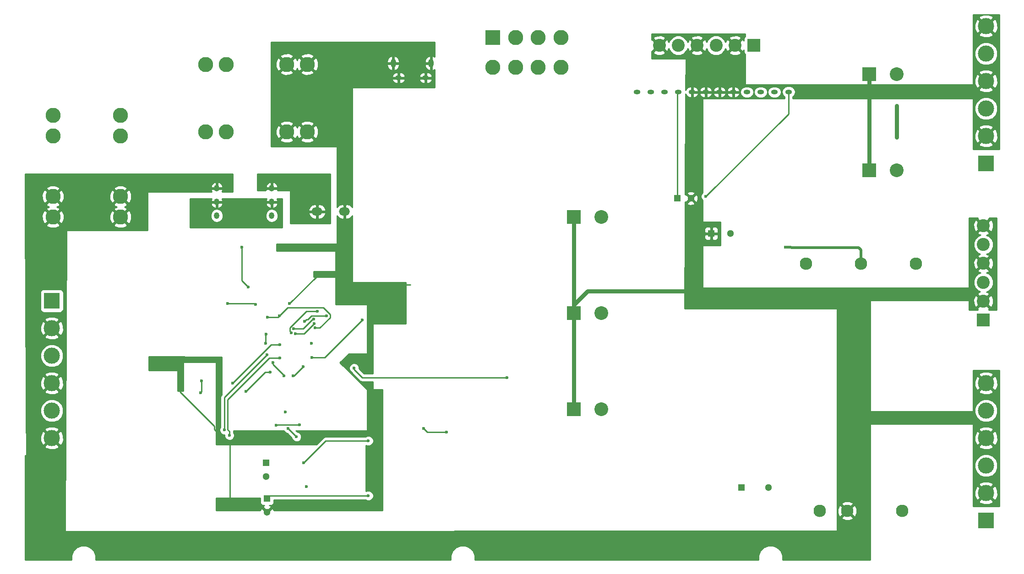
<source format=gbr>
G04 #@! TF.FileFunction,Copper,L2,Bot,Signal*
%FSLAX46Y46*%
G04 Gerber Fmt 4.6, Leading zero omitted, Abs format (unit mm)*
G04 Created by KiCad (PCBNEW 4.0.7-e2-6376~58~ubuntu16.04.1) date Wed Jul 25 01:35:37 2018*
%MOMM*%
%LPD*%
G01*
G04 APERTURE LIST*
%ADD10C,0.100000*%
%ADD11R,1.300000X1.300000*%
%ADD12C,1.300000*%
%ADD13R,2.800000X2.800000*%
%ADD14C,2.800000*%
%ADD15R,3.000000X3.000000*%
%ADD16C,3.000000*%
%ADD17C,2.400000*%
%ADD18R,2.400000X2.400000*%
%ADD19O,1.250000X0.950000*%
%ADD20O,1.000000X1.550000*%
%ADD21O,1.200000X0.850000*%
%ADD22O,1.000000X1.200000*%
%ADD23O,2.000000X1.510000*%
%ADD24R,2.540000X2.540000*%
%ADD25C,2.540000*%
%ADD26C,2.300000*%
%ADD27C,0.600000*%
%ADD28C,0.750000*%
%ADD29C,0.250000*%
%ADD30C,0.500000*%
%ADD31C,0.254000*%
G04 APERTURE END LIST*
D10*
D11*
X115976400Y-138176000D03*
D12*
X115976400Y-140676000D03*
D11*
X115824000Y-131572000D03*
D12*
X115824000Y-134072000D03*
D13*
X157716000Y-52920000D03*
D14*
X161916000Y-52920000D03*
X166116000Y-52920000D03*
X170316000Y-52920000D03*
X157716000Y-58420000D03*
X161916000Y-58420000D03*
X166116000Y-58420000D03*
X170316000Y-58420000D03*
X123434000Y-70358000D03*
X119634000Y-70358000D03*
X123434000Y-57858000D03*
X119634000Y-57858000D03*
X108434000Y-70358000D03*
X104634000Y-70358000D03*
X108434000Y-57858000D03*
X104634000Y-57858000D03*
X88900000Y-67310000D03*
X88900000Y-71110000D03*
X76400000Y-67310000D03*
X76400000Y-71110000D03*
X88900000Y-82310000D03*
X88900000Y-86110000D03*
X76400000Y-82310000D03*
X76400000Y-86110000D03*
D15*
X248920000Y-76200000D03*
D16*
X248920000Y-71120000D03*
X248920000Y-66040000D03*
X248920000Y-60960000D03*
X248920000Y-55880000D03*
X248920000Y-50800000D03*
D15*
X248920000Y-142240000D03*
D16*
X248920000Y-137160000D03*
X248920000Y-132080000D03*
X248920000Y-127000000D03*
X248920000Y-121920000D03*
X248920000Y-116840000D03*
D15*
X76200000Y-101600000D03*
D16*
X76200000Y-106680000D03*
X76200000Y-111760000D03*
X76200000Y-116840000D03*
X76200000Y-121920000D03*
X76200000Y-127000000D03*
D17*
X202494000Y-54356000D03*
D18*
X205994000Y-54356000D03*
D17*
X198994000Y-54356000D03*
X195494000Y-54356000D03*
X191994000Y-54356000D03*
X188494000Y-54356000D03*
D19*
X140304000Y-60358000D03*
X145304000Y-60358000D03*
D20*
X146304000Y-57658000D03*
X139304000Y-57658000D03*
D11*
X191860800Y-82651600D03*
D12*
X194360800Y-82651600D03*
D21*
X212384000Y-62952000D03*
X209804000Y-62992000D03*
X207264000Y-62992000D03*
X204724000Y-62992000D03*
X202184000Y-62992000D03*
X199644000Y-62992000D03*
X197104000Y-62992000D03*
X194564000Y-62992000D03*
X192024000Y-62992000D03*
X189484000Y-62992000D03*
X186944000Y-62992000D03*
X184404000Y-62992000D03*
D22*
X106680000Y-85852000D03*
X106680000Y-83312000D03*
X106680000Y-80772000D03*
X116840000Y-85852000D03*
X116840000Y-83312000D03*
X116840000Y-80772000D03*
D23*
X125222000Y-85090000D03*
X130302000Y-85090000D03*
D24*
X172720000Y-103886000D03*
D25*
X177800000Y-103886000D03*
D24*
X172720000Y-121666000D03*
D25*
X177800000Y-121666000D03*
D24*
X172720000Y-86106000D03*
D25*
X177800000Y-86106000D03*
D17*
X248412000Y-101686000D03*
D18*
X248412000Y-105186000D03*
D17*
X248412000Y-98186000D03*
X248412000Y-94686000D03*
X248412000Y-91186000D03*
X248412000Y-87686000D03*
D24*
X227330000Y-59690000D03*
D25*
X232410000Y-59690000D03*
D24*
X227330000Y-77470000D03*
D25*
X232410000Y-77470000D03*
D12*
X201620000Y-89154000D03*
D11*
X198120000Y-89154000D03*
D26*
X218186000Y-140462000D03*
X223266000Y-140462000D03*
X233426000Y-140462000D03*
X215646000Y-94742000D03*
X225806000Y-94742000D03*
X235966000Y-94742000D03*
D11*
X203708000Y-136144000D03*
D12*
X208708000Y-136144000D03*
D27*
X232410000Y-65532000D03*
X232410000Y-71374000D03*
X112522000Y-99060000D03*
X209042000Y-99822000D03*
X111353600Y-91706000D03*
X118344949Y-112165152D03*
X109016800Y-126492000D03*
X125268988Y-103516758D03*
X120469377Y-107495006D03*
X120142000Y-102108000D03*
X141478000Y-61468000D03*
X134874000Y-117602000D03*
X137753443Y-105284922D03*
X134742002Y-100686912D03*
X109118400Y-138494800D03*
X134722397Y-124460000D03*
X141311279Y-99724401D03*
X138192000Y-98605122D03*
X118262400Y-91718000D03*
X125222000Y-91756800D03*
X125171200Y-96508000D03*
X125171200Y-96508000D03*
X105194800Y-112217200D03*
X99872800Y-117717600D03*
X94386400Y-113917600D03*
X120839600Y-115468400D03*
X122682000Y-113792000D03*
X144948160Y-125243023D03*
X149122872Y-125896960D03*
X132080000Y-114046000D03*
X124224564Y-109432789D03*
X160376397Y-115784949D03*
X112065026Y-118389513D03*
X116586000Y-114808000D03*
X109597134Y-116831032D03*
X118369627Y-109726144D03*
X124820621Y-106599103D03*
X118263034Y-104402228D03*
X116078000Y-104648000D03*
X122759600Y-131572000D03*
X134722397Y-127492949D03*
X121412000Y-126746000D03*
X119888000Y-125222000D03*
X123275600Y-135991600D03*
X119392000Y-122174000D03*
X113843220Y-102270019D03*
X108677200Y-102092800D03*
X122016652Y-124513989D03*
X117699659Y-124638903D03*
X133604000Y-105156000D03*
X124232631Y-112107821D03*
X103902000Y-116367600D03*
X103694800Y-118618000D03*
X115824000Y-107799759D03*
X115719901Y-109499781D03*
X108088805Y-125484798D03*
X116008815Y-111564966D03*
X124686955Y-105810337D03*
X121244789Y-107691872D03*
X124634915Y-105012015D03*
X120915461Y-106790437D03*
X126993012Y-104387012D03*
X122936000Y-105382798D03*
X134722397Y-137654949D03*
X117094000Y-113030000D03*
X119139600Y-115468400D03*
X197104000Y-82296000D03*
X211836000Y-91694000D03*
D28*
X232410000Y-65532000D02*
X232410000Y-71374000D01*
X172720000Y-103886000D02*
X172720000Y-121666000D01*
X172720000Y-103886000D02*
X172720000Y-86106000D01*
X175264000Y-99822000D02*
X195072000Y-99822000D01*
D29*
X172720000Y-103886000D02*
X172720000Y-102366000D01*
D28*
X172720000Y-102366000D02*
X175264000Y-99822000D01*
X227330000Y-61210000D02*
X227330000Y-77470000D01*
X227330000Y-59690000D02*
X227330000Y-61210000D01*
D29*
X111353600Y-91706000D02*
X111353600Y-97891600D01*
X111353600Y-97891600D02*
X112522000Y-99060000D01*
X108712000Y-119888000D02*
X116434848Y-112165152D01*
X116434848Y-112165152D02*
X118344949Y-112165152D01*
X108712000Y-125437200D02*
X108712000Y-119888000D01*
X109016800Y-125742000D02*
X108712000Y-125437200D01*
X109016800Y-126492000D02*
X109016800Y-125742000D01*
X120169378Y-107195007D02*
X120169378Y-106588007D01*
X120469377Y-107495006D02*
X120169378Y-107195007D01*
X120169378Y-106588007D02*
X123240627Y-103516758D01*
X123240627Y-103516758D02*
X125268988Y-103516758D01*
X109118400Y-138494800D02*
X113795200Y-138494800D01*
X113795200Y-138494800D02*
X115976400Y-140676000D01*
X109118400Y-138494800D02*
X109118400Y-128265103D01*
X109118400Y-128265103D02*
X106211138Y-125357841D01*
X106211138Y-125357841D02*
X106211138Y-124805938D01*
X106211138Y-124805938D02*
X99872800Y-118467600D01*
X99872800Y-118467600D02*
X99872800Y-117717600D01*
X120142000Y-102108000D02*
X125171200Y-97078800D01*
X125171200Y-97078800D02*
X125171200Y-96508000D01*
X135372940Y-100686912D02*
X134742002Y-100686912D01*
X135707014Y-101020986D02*
X135372940Y-100686912D01*
X138192000Y-98605122D02*
X142440878Y-98605122D01*
X122682000Y-113792000D02*
X121005600Y-115468400D01*
X121005600Y-115468400D02*
X120839600Y-115468400D01*
X149122872Y-125896960D02*
X145602097Y-125896960D01*
X145602097Y-125896960D02*
X144948160Y-125243023D01*
X132080000Y-114300000D02*
X132080000Y-114046000D01*
X133564949Y-115784949D02*
X132080000Y-114300000D01*
X160376397Y-115784949D02*
X133564949Y-115784949D01*
X116586000Y-114808000D02*
X115646539Y-114808000D01*
X115646539Y-114808000D02*
X112065026Y-118389513D01*
X116702022Y-109726144D02*
X109597134Y-116831032D01*
X118369627Y-109726144D02*
X116702022Y-109726144D01*
X119773506Y-102891756D02*
X126422758Y-102891756D01*
X125705923Y-106599103D02*
X124820621Y-106599103D01*
X118263034Y-104402228D02*
X119773506Y-102891756D01*
X127618013Y-104087011D02*
X127618013Y-104687013D01*
X127618013Y-104687013D02*
X125705923Y-106599103D01*
X126422758Y-102891756D02*
X127618013Y-104087011D01*
X116078000Y-104648000D02*
X118017262Y-104648000D01*
X118017262Y-104648000D02*
X118263034Y-104402228D01*
X134722397Y-127492949D02*
X126838651Y-127492949D01*
X126838651Y-127492949D02*
X122759600Y-131572000D01*
X119888000Y-125222000D02*
X121412000Y-126746000D01*
X191860800Y-82651600D02*
X191860800Y-63155200D01*
X191860800Y-63155200D02*
X192024000Y-62992000D01*
X108677200Y-102092800D02*
X113666001Y-102092800D01*
X113666001Y-102092800D02*
X113843220Y-102270019D01*
X117824573Y-124513989D02*
X117699659Y-124638903D01*
X122016652Y-124513989D02*
X117824573Y-124513989D01*
X124232631Y-112107821D02*
X126652179Y-112107821D01*
X126652179Y-112107821D02*
X133604000Y-105156000D01*
X103902000Y-116367600D02*
X103902000Y-118410800D01*
X103902000Y-118410800D02*
X103694800Y-118618000D01*
X115719901Y-109499781D02*
X115719901Y-107903858D01*
X115719901Y-107903858D02*
X115824000Y-107799759D01*
X108088805Y-119484976D02*
X108088805Y-125060534D01*
X116008815Y-111564966D02*
X108088805Y-119484976D01*
X108088805Y-125060534D02*
X108088805Y-125484798D01*
X121244789Y-107691872D02*
X122805420Y-107691872D01*
X122805420Y-107691872D02*
X124686955Y-105810337D01*
X120915461Y-106790437D02*
X122628891Y-106790437D01*
X122628891Y-106790437D02*
X124407313Y-105012015D01*
X124407313Y-105012015D02*
X124634915Y-105012015D01*
X123517201Y-105082799D02*
X124212988Y-104387012D01*
X124212988Y-104387012D02*
X126993012Y-104387012D01*
X122936000Y-105382798D02*
X123235999Y-105082799D01*
X123235999Y-105082799D02*
X123517201Y-105082799D01*
X134722397Y-137654949D02*
X116497451Y-137654949D01*
X116497451Y-137654949D02*
X115976400Y-138176000D01*
X119139600Y-115468400D02*
X119139600Y-115368400D01*
X117094000Y-113322800D02*
X117094000Y-113030000D01*
X119139600Y-115368400D02*
X117094000Y-113322800D01*
X197104000Y-82296000D02*
X212384000Y-67016000D01*
X212384000Y-67016000D02*
X212384000Y-62952000D01*
D30*
X225343999Y-91739999D02*
X225806000Y-92202000D01*
X212852000Y-91694000D02*
X212897999Y-91739999D01*
X212897999Y-91739999D02*
X225343999Y-91739999D01*
X211836000Y-91694000D02*
X212852000Y-91694000D01*
X225806000Y-92202000D02*
X225806000Y-94742000D01*
D31*
G36*
X127635000Y-87249000D02*
X120269000Y-87249000D01*
X120269000Y-85431971D01*
X123629723Y-85431971D01*
X123647730Y-85530482D01*
X123917480Y-86005642D01*
X124348532Y-86341404D01*
X124875263Y-86486651D01*
X125095000Y-86326621D01*
X125095000Y-85217000D01*
X125349000Y-85217000D01*
X125349000Y-86326621D01*
X125568737Y-86486651D01*
X126095468Y-86341404D01*
X126526520Y-86005642D01*
X126796270Y-85530482D01*
X126814277Y-85431971D01*
X126691683Y-85217000D01*
X125349000Y-85217000D01*
X125095000Y-85217000D01*
X123752317Y-85217000D01*
X123629723Y-85431971D01*
X120269000Y-85431971D01*
X120269000Y-84748029D01*
X123629723Y-84748029D01*
X123752317Y-84963000D01*
X125095000Y-84963000D01*
X125095000Y-83853379D01*
X125349000Y-83853379D01*
X125349000Y-84963000D01*
X126691683Y-84963000D01*
X126814277Y-84748029D01*
X126796270Y-84649518D01*
X126526520Y-84174358D01*
X126095468Y-83838596D01*
X125568737Y-83693349D01*
X125349000Y-83853379D01*
X125095000Y-83853379D01*
X124875263Y-83693349D01*
X124348532Y-83838596D01*
X123917480Y-84174358D01*
X123647730Y-84649518D01*
X123629723Y-84748029D01*
X120269000Y-84748029D01*
X120269000Y-81280000D01*
X120258994Y-81230590D01*
X120230553Y-81188965D01*
X120188159Y-81161685D01*
X120142000Y-81153000D01*
X117924797Y-81153000D01*
X117955312Y-81075985D01*
X117814741Y-80899000D01*
X116967000Y-80899000D01*
X116967000Y-80919000D01*
X116713000Y-80919000D01*
X116713000Y-80899000D01*
X115865259Y-80899000D01*
X115724688Y-81075985D01*
X115755203Y-81153000D01*
X114173000Y-81153000D01*
X114173000Y-80468015D01*
X115724688Y-80468015D01*
X115865259Y-80645000D01*
X116713000Y-80645000D01*
X116713000Y-79704046D01*
X116967000Y-79704046D01*
X116967000Y-80645000D01*
X117814741Y-80645000D01*
X117955312Y-80468015D01*
X117792352Y-80056731D01*
X117484405Y-79739116D01*
X117141874Y-79577881D01*
X116967000Y-79704046D01*
X116713000Y-79704046D01*
X116538126Y-79577881D01*
X116195595Y-79739116D01*
X115887648Y-80056731D01*
X115724688Y-80468015D01*
X114173000Y-80468015D01*
X114173000Y-78105000D01*
X127635000Y-78105000D01*
X127635000Y-87249000D01*
X127635000Y-87249000D01*
G37*
X127635000Y-87249000D02*
X120269000Y-87249000D01*
X120269000Y-85431971D01*
X123629723Y-85431971D01*
X123647730Y-85530482D01*
X123917480Y-86005642D01*
X124348532Y-86341404D01*
X124875263Y-86486651D01*
X125095000Y-86326621D01*
X125095000Y-85217000D01*
X125349000Y-85217000D01*
X125349000Y-86326621D01*
X125568737Y-86486651D01*
X126095468Y-86341404D01*
X126526520Y-86005642D01*
X126796270Y-85530482D01*
X126814277Y-85431971D01*
X126691683Y-85217000D01*
X125349000Y-85217000D01*
X125095000Y-85217000D01*
X123752317Y-85217000D01*
X123629723Y-85431971D01*
X120269000Y-85431971D01*
X120269000Y-84748029D01*
X123629723Y-84748029D01*
X123752317Y-84963000D01*
X125095000Y-84963000D01*
X125095000Y-83853379D01*
X125349000Y-83853379D01*
X125349000Y-84963000D01*
X126691683Y-84963000D01*
X126814277Y-84748029D01*
X126796270Y-84649518D01*
X126526520Y-84174358D01*
X126095468Y-83838596D01*
X125568737Y-83693349D01*
X125349000Y-83853379D01*
X125095000Y-83853379D01*
X124875263Y-83693349D01*
X124348532Y-83838596D01*
X123917480Y-84174358D01*
X123647730Y-84649518D01*
X123629723Y-84748029D01*
X120269000Y-84748029D01*
X120269000Y-81280000D01*
X120258994Y-81230590D01*
X120230553Y-81188965D01*
X120188159Y-81161685D01*
X120142000Y-81153000D01*
X117924797Y-81153000D01*
X117955312Y-81075985D01*
X117814741Y-80899000D01*
X116967000Y-80899000D01*
X116967000Y-80919000D01*
X116713000Y-80919000D01*
X116713000Y-80899000D01*
X115865259Y-80899000D01*
X115724688Y-81075985D01*
X115755203Y-81153000D01*
X114173000Y-81153000D01*
X114173000Y-80468015D01*
X115724688Y-80468015D01*
X115865259Y-80645000D01*
X116713000Y-80645000D01*
X116713000Y-79704046D01*
X116967000Y-79704046D01*
X116967000Y-80645000D01*
X117814741Y-80645000D01*
X117955312Y-80468015D01*
X117792352Y-80056731D01*
X117484405Y-79739116D01*
X117141874Y-79577881D01*
X116967000Y-79704046D01*
X116713000Y-79704046D01*
X116538126Y-79577881D01*
X116195595Y-79739116D01*
X115887648Y-80056731D01*
X115724688Y-80468015D01*
X114173000Y-80468015D01*
X114173000Y-78105000D01*
X127635000Y-78105000D01*
X127635000Y-87249000D01*
G36*
X114678960Y-138826000D02*
X114723238Y-139061317D01*
X114862310Y-139277441D01*
X115074510Y-139422431D01*
X115326400Y-139473440D01*
X115488785Y-139473440D01*
X115312671Y-139546389D01*
X115256990Y-139776984D01*
X115815005Y-140335000D01*
X115455795Y-140335000D01*
X115077384Y-139956590D01*
X114846789Y-140012271D01*
X114734483Y-140335000D01*
X106553000Y-140335000D01*
X106553000Y-138104007D01*
X114678960Y-138087788D01*
X114678960Y-138826000D01*
X114678960Y-138826000D01*
G37*
X114678960Y-138826000D02*
X114723238Y-139061317D01*
X114862310Y-139277441D01*
X115074510Y-139422431D01*
X115326400Y-139473440D01*
X115488785Y-139473440D01*
X115312671Y-139546389D01*
X115256990Y-139776984D01*
X115815005Y-140335000D01*
X115455795Y-140335000D01*
X115077384Y-139956590D01*
X114846789Y-140012271D01*
X114734483Y-140335000D01*
X106553000Y-140335000D01*
X106553000Y-138104007D01*
X114678960Y-138087788D01*
X114678960Y-138826000D01*
G36*
X146939000Y-56452450D02*
X146605874Y-56288881D01*
X146431000Y-56415046D01*
X146431000Y-57531000D01*
X146451000Y-57531000D01*
X146451000Y-57785000D01*
X146431000Y-57785000D01*
X146431000Y-58900954D01*
X146605874Y-59027119D01*
X146939000Y-58863550D01*
X146939000Y-62103000D01*
X131826000Y-62103000D01*
X131776590Y-62113006D01*
X131734965Y-62141447D01*
X131707685Y-62183841D01*
X131699000Y-62230000D01*
X131699000Y-84337260D01*
X131606520Y-84174358D01*
X131175468Y-83838596D01*
X130648737Y-83693349D01*
X130429000Y-83853379D01*
X130429000Y-84963000D01*
X130449000Y-84963000D01*
X130449000Y-85217000D01*
X130429000Y-85217000D01*
X130429000Y-86326621D01*
X130648737Y-86486651D01*
X131175468Y-86341404D01*
X131606520Y-86005642D01*
X131699000Y-85842740D01*
X131699000Y-98044000D01*
X131709006Y-98093410D01*
X131737447Y-98135035D01*
X131779841Y-98162315D01*
X131826000Y-98171000D01*
X141605000Y-98171000D01*
X141605000Y-105819537D01*
X135636607Y-105791001D01*
X135587150Y-105800771D01*
X135545390Y-105829012D01*
X135517907Y-105871276D01*
X135509000Y-105918000D01*
X135509000Y-115024949D01*
X133879751Y-115024949D01*
X133014901Y-114160099D01*
X133015162Y-113860833D01*
X132873117Y-113517057D01*
X132610327Y-113253808D01*
X132266799Y-113111162D01*
X131894833Y-113110838D01*
X131551057Y-113252883D01*
X131287808Y-113515673D01*
X131145162Y-113859201D01*
X131144838Y-114231167D01*
X131286883Y-114574943D01*
X131529878Y-114818362D01*
X131542599Y-114837401D01*
X133027548Y-116322350D01*
X133274110Y-116487097D01*
X133564949Y-116544949D01*
X135509000Y-116544949D01*
X135509000Y-117894426D01*
X135519006Y-117943836D01*
X135547447Y-117985461D01*
X135589841Y-118012741D01*
X135638744Y-118021396D01*
X137287000Y-117985774D01*
X137287000Y-140335000D01*
X117239690Y-140335000D01*
X117106011Y-140012271D01*
X116875416Y-139956590D01*
X116497005Y-140335000D01*
X116137795Y-140335000D01*
X116695810Y-139776984D01*
X116640129Y-139546389D01*
X116430498Y-139473440D01*
X116626400Y-139473440D01*
X116861717Y-139429162D01*
X117077841Y-139290090D01*
X117222831Y-139077890D01*
X117273840Y-138826000D01*
X117273840Y-138414949D01*
X134159934Y-138414949D01*
X134192070Y-138447141D01*
X134535598Y-138589787D01*
X134907564Y-138590111D01*
X135251340Y-138448066D01*
X135514589Y-138185276D01*
X135657235Y-137841748D01*
X135657559Y-137469782D01*
X135515514Y-137126006D01*
X135252724Y-136862757D01*
X134909196Y-136720111D01*
X134537230Y-136719787D01*
X134239000Y-136843013D01*
X134239000Y-128304628D01*
X134535598Y-128427787D01*
X134907564Y-128428111D01*
X135251340Y-128286066D01*
X135514589Y-128023276D01*
X135657235Y-127679748D01*
X135657559Y-127307782D01*
X135515514Y-126964006D01*
X135252724Y-126700757D01*
X134909196Y-126558111D01*
X134537230Y-126557787D01*
X134193454Y-126699832D01*
X134160279Y-126732949D01*
X126838651Y-126732949D01*
X126547811Y-126790801D01*
X126301250Y-126955548D01*
X125113798Y-128143000D01*
X106553000Y-128143000D01*
X106553000Y-113030000D01*
X106542994Y-112980590D01*
X106514553Y-112938965D01*
X106472159Y-112911685D01*
X106426000Y-112903000D01*
X100584000Y-112903000D01*
X100534590Y-112913006D01*
X100492965Y-112941447D01*
X100465685Y-112983841D01*
X100457000Y-113030000D01*
X100457000Y-118237000D01*
X99441000Y-118237000D01*
X99441000Y-114554000D01*
X99430994Y-114504590D01*
X99402553Y-114462965D01*
X99360159Y-114435685D01*
X99314000Y-114427000D01*
X94107000Y-114427000D01*
X94107000Y-111887895D01*
X107569000Y-111982435D01*
X107569000Y-118929979D01*
X107551404Y-118947575D01*
X107386657Y-119194137D01*
X107328805Y-119484976D01*
X107328805Y-124922335D01*
X107296613Y-124954471D01*
X107153967Y-125297999D01*
X107153643Y-125669965D01*
X107295688Y-126013741D01*
X107558478Y-126276990D01*
X107902006Y-126419636D01*
X108081862Y-126419793D01*
X108081638Y-126677167D01*
X108223683Y-127020943D01*
X108486473Y-127284192D01*
X108830001Y-127426838D01*
X109201967Y-127427162D01*
X109545743Y-127285117D01*
X109808992Y-127022327D01*
X109951638Y-126678799D01*
X109951962Y-126306833D01*
X109809917Y-125963057D01*
X109776800Y-125929882D01*
X109776800Y-125742000D01*
X109749772Y-125606121D01*
X109749151Y-125603000D01*
X119033754Y-125603000D01*
X119094883Y-125750943D01*
X119357673Y-126014192D01*
X119701201Y-126156838D01*
X119748077Y-126156879D01*
X120476878Y-126885680D01*
X120476838Y-126931167D01*
X120618883Y-127274943D01*
X120881673Y-127538192D01*
X121225201Y-127680838D01*
X121597167Y-127681162D01*
X121940943Y-127539117D01*
X122204192Y-127276327D01*
X122346838Y-126932799D01*
X122347162Y-126560833D01*
X122205117Y-126217057D01*
X121942327Y-125953808D01*
X121598799Y-125811162D01*
X121551923Y-125811121D01*
X121343802Y-125603000D01*
X134366000Y-125603000D01*
X134415410Y-125592994D01*
X134457035Y-125564553D01*
X134484315Y-125522159D01*
X134493000Y-125476000D01*
X134493000Y-117981320D01*
X134482994Y-117931910D01*
X134454643Y-117890373D01*
X129466765Y-113028841D01*
X131116606Y-111379000D01*
X134366000Y-111379000D01*
X134415410Y-111368994D01*
X134457035Y-111340553D01*
X134484315Y-111298159D01*
X134493000Y-111252000D01*
X134493000Y-105453189D01*
X134538838Y-105342799D01*
X134539162Y-104970833D01*
X134493000Y-104859112D01*
X134493000Y-102362000D01*
X134482994Y-102312590D01*
X134454553Y-102270965D01*
X134412159Y-102243685D01*
X134366000Y-102235000D01*
X128651000Y-102235000D01*
X128651000Y-97282000D01*
X128640994Y-97232590D01*
X128612553Y-97190965D01*
X128570159Y-97163685D01*
X128524000Y-97155000D01*
X124587000Y-97155000D01*
X124587000Y-96139000D01*
X128524000Y-96139000D01*
X128573410Y-96128994D01*
X128615035Y-96100553D01*
X128642315Y-96058159D01*
X128651000Y-96012000D01*
X128651000Y-92477949D01*
X128640994Y-92428539D01*
X128612553Y-92386914D01*
X128570159Y-92359634D01*
X128524255Y-92350949D01*
X117729000Y-92329255D01*
X117729000Y-91059000D01*
X128778000Y-91059000D01*
X128827410Y-91048994D01*
X128869035Y-91020553D01*
X128896315Y-90978159D01*
X128905000Y-90932000D01*
X128905000Y-85842740D01*
X128997480Y-86005642D01*
X129428532Y-86341404D01*
X129955263Y-86486651D01*
X130175000Y-86326621D01*
X130175000Y-85217000D01*
X130155000Y-85217000D01*
X130155000Y-84963000D01*
X130175000Y-84963000D01*
X130175000Y-83853379D01*
X129955263Y-83693349D01*
X129428532Y-83838596D01*
X128997480Y-84174358D01*
X128905000Y-84337260D01*
X128905000Y-73152000D01*
X128894994Y-73102590D01*
X128866553Y-73060965D01*
X128824159Y-73033685D01*
X128778000Y-73025000D01*
X116713000Y-73025000D01*
X116713000Y-71799724D01*
X118371882Y-71799724D01*
X118519455Y-72108106D01*
X119274031Y-72401405D01*
X120083409Y-72383614D01*
X120748545Y-72108106D01*
X120896118Y-71799724D01*
X122171882Y-71799724D01*
X122319455Y-72108106D01*
X123074031Y-72401405D01*
X123883409Y-72383614D01*
X124548545Y-72108106D01*
X124696118Y-71799724D01*
X123434000Y-70537605D01*
X122171882Y-71799724D01*
X120896118Y-71799724D01*
X119634000Y-70537605D01*
X118371882Y-71799724D01*
X116713000Y-71799724D01*
X116713000Y-69998031D01*
X117590595Y-69998031D01*
X117608386Y-70807409D01*
X117883894Y-71472545D01*
X118192276Y-71620118D01*
X119454395Y-70358000D01*
X119813605Y-70358000D01*
X121075724Y-71620118D01*
X121384106Y-71472545D01*
X121529236Y-71099167D01*
X121683894Y-71472545D01*
X121992276Y-71620118D01*
X123254395Y-70358000D01*
X123613605Y-70358000D01*
X124875724Y-71620118D01*
X125184106Y-71472545D01*
X125477405Y-70717969D01*
X125459614Y-69908591D01*
X125184106Y-69243455D01*
X124875724Y-69095882D01*
X123613605Y-70358000D01*
X123254395Y-70358000D01*
X121992276Y-69095882D01*
X121683894Y-69243455D01*
X121538764Y-69616833D01*
X121384106Y-69243455D01*
X121075724Y-69095882D01*
X119813605Y-70358000D01*
X119454395Y-70358000D01*
X118192276Y-69095882D01*
X117883894Y-69243455D01*
X117590595Y-69998031D01*
X116713000Y-69998031D01*
X116713000Y-68916276D01*
X118371882Y-68916276D01*
X119634000Y-70178395D01*
X120896118Y-68916276D01*
X122171882Y-68916276D01*
X123434000Y-70178395D01*
X124696118Y-68916276D01*
X124548545Y-68607894D01*
X123793969Y-68314595D01*
X122984591Y-68332386D01*
X122319455Y-68607894D01*
X122171882Y-68916276D01*
X120896118Y-68916276D01*
X120748545Y-68607894D01*
X119993969Y-68314595D01*
X119184591Y-68332386D01*
X118519455Y-68607894D01*
X118371882Y-68916276D01*
X116713000Y-68916276D01*
X116713000Y-60655938D01*
X139084732Y-60655938D01*
X139268448Y-61029821D01*
X139592951Y-61317568D01*
X140002869Y-61459229D01*
X140177000Y-61310563D01*
X140177000Y-60485000D01*
X140431000Y-60485000D01*
X140431000Y-61310563D01*
X140605131Y-61459229D01*
X141015049Y-61317568D01*
X141339552Y-61029821D01*
X141523268Y-60655938D01*
X144084732Y-60655938D01*
X144268448Y-61029821D01*
X144592951Y-61317568D01*
X145002869Y-61459229D01*
X145177000Y-61310563D01*
X145177000Y-60485000D01*
X145431000Y-60485000D01*
X145431000Y-61310563D01*
X145605131Y-61459229D01*
X146015049Y-61317568D01*
X146339552Y-61029821D01*
X146523268Y-60655938D01*
X146396734Y-60485000D01*
X145431000Y-60485000D01*
X145177000Y-60485000D01*
X144211266Y-60485000D01*
X144084732Y-60655938D01*
X141523268Y-60655938D01*
X141396734Y-60485000D01*
X140431000Y-60485000D01*
X140177000Y-60485000D01*
X139211266Y-60485000D01*
X139084732Y-60655938D01*
X116713000Y-60655938D01*
X116713000Y-60060062D01*
X139084732Y-60060062D01*
X139211266Y-60231000D01*
X140177000Y-60231000D01*
X140177000Y-59405437D01*
X140431000Y-59405437D01*
X140431000Y-60231000D01*
X141396734Y-60231000D01*
X141523268Y-60060062D01*
X144084732Y-60060062D01*
X144211266Y-60231000D01*
X145177000Y-60231000D01*
X145177000Y-59405437D01*
X145431000Y-59405437D01*
X145431000Y-60231000D01*
X146396734Y-60231000D01*
X146523268Y-60060062D01*
X146339552Y-59686179D01*
X146015049Y-59398432D01*
X145605131Y-59256771D01*
X145431000Y-59405437D01*
X145177000Y-59405437D01*
X145002869Y-59256771D01*
X144592951Y-59398432D01*
X144268448Y-59686179D01*
X144084732Y-60060062D01*
X141523268Y-60060062D01*
X141339552Y-59686179D01*
X141015049Y-59398432D01*
X140605131Y-59256771D01*
X140431000Y-59405437D01*
X140177000Y-59405437D01*
X140002869Y-59256771D01*
X139592951Y-59398432D01*
X139268448Y-59686179D01*
X139084732Y-60060062D01*
X116713000Y-60060062D01*
X116713000Y-59299724D01*
X118371882Y-59299724D01*
X118519455Y-59608106D01*
X119274031Y-59901405D01*
X120083409Y-59883614D01*
X120748545Y-59608106D01*
X120896118Y-59299724D01*
X122171882Y-59299724D01*
X122319455Y-59608106D01*
X123074031Y-59901405D01*
X123883409Y-59883614D01*
X124548545Y-59608106D01*
X124696118Y-59299724D01*
X123434000Y-58037605D01*
X122171882Y-59299724D01*
X120896118Y-59299724D01*
X119634000Y-58037605D01*
X118371882Y-59299724D01*
X116713000Y-59299724D01*
X116713000Y-57498031D01*
X117590595Y-57498031D01*
X117608386Y-58307409D01*
X117883894Y-58972545D01*
X118192276Y-59120118D01*
X119454395Y-57858000D01*
X119813605Y-57858000D01*
X121075724Y-59120118D01*
X121384106Y-58972545D01*
X121529236Y-58599167D01*
X121683894Y-58972545D01*
X121992276Y-59120118D01*
X123254395Y-57858000D01*
X123613605Y-57858000D01*
X124875724Y-59120118D01*
X125184106Y-58972545D01*
X125477405Y-58217969D01*
X125467888Y-57785000D01*
X138169000Y-57785000D01*
X138169000Y-58060000D01*
X138303998Y-58484678D01*
X138591237Y-58825368D01*
X139002126Y-59027119D01*
X139177000Y-58900954D01*
X139177000Y-57785000D01*
X139431000Y-57785000D01*
X139431000Y-58900954D01*
X139605874Y-59027119D01*
X140016763Y-58825368D01*
X140304002Y-58484678D01*
X140439000Y-58060000D01*
X140439000Y-57785000D01*
X145169000Y-57785000D01*
X145169000Y-58060000D01*
X145303998Y-58484678D01*
X145591237Y-58825368D01*
X146002126Y-59027119D01*
X146177000Y-58900954D01*
X146177000Y-57785000D01*
X145169000Y-57785000D01*
X140439000Y-57785000D01*
X139431000Y-57785000D01*
X139177000Y-57785000D01*
X138169000Y-57785000D01*
X125467888Y-57785000D01*
X125459614Y-57408591D01*
X125396409Y-57256000D01*
X138169000Y-57256000D01*
X138169000Y-57531000D01*
X139177000Y-57531000D01*
X139177000Y-56415046D01*
X139431000Y-56415046D01*
X139431000Y-57531000D01*
X140439000Y-57531000D01*
X140439000Y-57256000D01*
X145169000Y-57256000D01*
X145169000Y-57531000D01*
X146177000Y-57531000D01*
X146177000Y-56415046D01*
X146002126Y-56288881D01*
X145591237Y-56490632D01*
X145303998Y-56831322D01*
X145169000Y-57256000D01*
X140439000Y-57256000D01*
X140304002Y-56831322D01*
X140016763Y-56490632D01*
X139605874Y-56288881D01*
X139431000Y-56415046D01*
X139177000Y-56415046D01*
X139002126Y-56288881D01*
X138591237Y-56490632D01*
X138303998Y-56831322D01*
X138169000Y-57256000D01*
X125396409Y-57256000D01*
X125184106Y-56743455D01*
X124875724Y-56595882D01*
X123613605Y-57858000D01*
X123254395Y-57858000D01*
X121992276Y-56595882D01*
X121683894Y-56743455D01*
X121538764Y-57116833D01*
X121384106Y-56743455D01*
X121075724Y-56595882D01*
X119813605Y-57858000D01*
X119454395Y-57858000D01*
X118192276Y-56595882D01*
X117883894Y-56743455D01*
X117590595Y-57498031D01*
X116713000Y-57498031D01*
X116713000Y-56416276D01*
X118371882Y-56416276D01*
X119634000Y-57678395D01*
X120896118Y-56416276D01*
X122171882Y-56416276D01*
X123434000Y-57678395D01*
X124696118Y-56416276D01*
X124548545Y-56107894D01*
X123793969Y-55814595D01*
X122984591Y-55832386D01*
X122319455Y-56107894D01*
X122171882Y-56416276D01*
X120896118Y-56416276D01*
X120748545Y-56107894D01*
X119993969Y-55814595D01*
X119184591Y-55832386D01*
X118519455Y-56107894D01*
X118371882Y-56416276D01*
X116713000Y-56416276D01*
X116713000Y-53721000D01*
X146939000Y-53721000D01*
X146939000Y-56452450D01*
X146939000Y-56452450D01*
G37*
X146939000Y-56452450D02*
X146605874Y-56288881D01*
X146431000Y-56415046D01*
X146431000Y-57531000D01*
X146451000Y-57531000D01*
X146451000Y-57785000D01*
X146431000Y-57785000D01*
X146431000Y-58900954D01*
X146605874Y-59027119D01*
X146939000Y-58863550D01*
X146939000Y-62103000D01*
X131826000Y-62103000D01*
X131776590Y-62113006D01*
X131734965Y-62141447D01*
X131707685Y-62183841D01*
X131699000Y-62230000D01*
X131699000Y-84337260D01*
X131606520Y-84174358D01*
X131175468Y-83838596D01*
X130648737Y-83693349D01*
X130429000Y-83853379D01*
X130429000Y-84963000D01*
X130449000Y-84963000D01*
X130449000Y-85217000D01*
X130429000Y-85217000D01*
X130429000Y-86326621D01*
X130648737Y-86486651D01*
X131175468Y-86341404D01*
X131606520Y-86005642D01*
X131699000Y-85842740D01*
X131699000Y-98044000D01*
X131709006Y-98093410D01*
X131737447Y-98135035D01*
X131779841Y-98162315D01*
X131826000Y-98171000D01*
X141605000Y-98171000D01*
X141605000Y-105819537D01*
X135636607Y-105791001D01*
X135587150Y-105800771D01*
X135545390Y-105829012D01*
X135517907Y-105871276D01*
X135509000Y-105918000D01*
X135509000Y-115024949D01*
X133879751Y-115024949D01*
X133014901Y-114160099D01*
X133015162Y-113860833D01*
X132873117Y-113517057D01*
X132610327Y-113253808D01*
X132266799Y-113111162D01*
X131894833Y-113110838D01*
X131551057Y-113252883D01*
X131287808Y-113515673D01*
X131145162Y-113859201D01*
X131144838Y-114231167D01*
X131286883Y-114574943D01*
X131529878Y-114818362D01*
X131542599Y-114837401D01*
X133027548Y-116322350D01*
X133274110Y-116487097D01*
X133564949Y-116544949D01*
X135509000Y-116544949D01*
X135509000Y-117894426D01*
X135519006Y-117943836D01*
X135547447Y-117985461D01*
X135589841Y-118012741D01*
X135638744Y-118021396D01*
X137287000Y-117985774D01*
X137287000Y-140335000D01*
X117239690Y-140335000D01*
X117106011Y-140012271D01*
X116875416Y-139956590D01*
X116497005Y-140335000D01*
X116137795Y-140335000D01*
X116695810Y-139776984D01*
X116640129Y-139546389D01*
X116430498Y-139473440D01*
X116626400Y-139473440D01*
X116861717Y-139429162D01*
X117077841Y-139290090D01*
X117222831Y-139077890D01*
X117273840Y-138826000D01*
X117273840Y-138414949D01*
X134159934Y-138414949D01*
X134192070Y-138447141D01*
X134535598Y-138589787D01*
X134907564Y-138590111D01*
X135251340Y-138448066D01*
X135514589Y-138185276D01*
X135657235Y-137841748D01*
X135657559Y-137469782D01*
X135515514Y-137126006D01*
X135252724Y-136862757D01*
X134909196Y-136720111D01*
X134537230Y-136719787D01*
X134239000Y-136843013D01*
X134239000Y-128304628D01*
X134535598Y-128427787D01*
X134907564Y-128428111D01*
X135251340Y-128286066D01*
X135514589Y-128023276D01*
X135657235Y-127679748D01*
X135657559Y-127307782D01*
X135515514Y-126964006D01*
X135252724Y-126700757D01*
X134909196Y-126558111D01*
X134537230Y-126557787D01*
X134193454Y-126699832D01*
X134160279Y-126732949D01*
X126838651Y-126732949D01*
X126547811Y-126790801D01*
X126301250Y-126955548D01*
X125113798Y-128143000D01*
X106553000Y-128143000D01*
X106553000Y-113030000D01*
X106542994Y-112980590D01*
X106514553Y-112938965D01*
X106472159Y-112911685D01*
X106426000Y-112903000D01*
X100584000Y-112903000D01*
X100534590Y-112913006D01*
X100492965Y-112941447D01*
X100465685Y-112983841D01*
X100457000Y-113030000D01*
X100457000Y-118237000D01*
X99441000Y-118237000D01*
X99441000Y-114554000D01*
X99430994Y-114504590D01*
X99402553Y-114462965D01*
X99360159Y-114435685D01*
X99314000Y-114427000D01*
X94107000Y-114427000D01*
X94107000Y-111887895D01*
X107569000Y-111982435D01*
X107569000Y-118929979D01*
X107551404Y-118947575D01*
X107386657Y-119194137D01*
X107328805Y-119484976D01*
X107328805Y-124922335D01*
X107296613Y-124954471D01*
X107153967Y-125297999D01*
X107153643Y-125669965D01*
X107295688Y-126013741D01*
X107558478Y-126276990D01*
X107902006Y-126419636D01*
X108081862Y-126419793D01*
X108081638Y-126677167D01*
X108223683Y-127020943D01*
X108486473Y-127284192D01*
X108830001Y-127426838D01*
X109201967Y-127427162D01*
X109545743Y-127285117D01*
X109808992Y-127022327D01*
X109951638Y-126678799D01*
X109951962Y-126306833D01*
X109809917Y-125963057D01*
X109776800Y-125929882D01*
X109776800Y-125742000D01*
X109749772Y-125606121D01*
X109749151Y-125603000D01*
X119033754Y-125603000D01*
X119094883Y-125750943D01*
X119357673Y-126014192D01*
X119701201Y-126156838D01*
X119748077Y-126156879D01*
X120476878Y-126885680D01*
X120476838Y-126931167D01*
X120618883Y-127274943D01*
X120881673Y-127538192D01*
X121225201Y-127680838D01*
X121597167Y-127681162D01*
X121940943Y-127539117D01*
X122204192Y-127276327D01*
X122346838Y-126932799D01*
X122347162Y-126560833D01*
X122205117Y-126217057D01*
X121942327Y-125953808D01*
X121598799Y-125811162D01*
X121551923Y-125811121D01*
X121343802Y-125603000D01*
X134366000Y-125603000D01*
X134415410Y-125592994D01*
X134457035Y-125564553D01*
X134484315Y-125522159D01*
X134493000Y-125476000D01*
X134493000Y-117981320D01*
X134482994Y-117931910D01*
X134454643Y-117890373D01*
X129466765Y-113028841D01*
X131116606Y-111379000D01*
X134366000Y-111379000D01*
X134415410Y-111368994D01*
X134457035Y-111340553D01*
X134484315Y-111298159D01*
X134493000Y-111252000D01*
X134493000Y-105453189D01*
X134538838Y-105342799D01*
X134539162Y-104970833D01*
X134493000Y-104859112D01*
X134493000Y-102362000D01*
X134482994Y-102312590D01*
X134454553Y-102270965D01*
X134412159Y-102243685D01*
X134366000Y-102235000D01*
X128651000Y-102235000D01*
X128651000Y-97282000D01*
X128640994Y-97232590D01*
X128612553Y-97190965D01*
X128570159Y-97163685D01*
X128524000Y-97155000D01*
X124587000Y-97155000D01*
X124587000Y-96139000D01*
X128524000Y-96139000D01*
X128573410Y-96128994D01*
X128615035Y-96100553D01*
X128642315Y-96058159D01*
X128651000Y-96012000D01*
X128651000Y-92477949D01*
X128640994Y-92428539D01*
X128612553Y-92386914D01*
X128570159Y-92359634D01*
X128524255Y-92350949D01*
X117729000Y-92329255D01*
X117729000Y-91059000D01*
X128778000Y-91059000D01*
X128827410Y-91048994D01*
X128869035Y-91020553D01*
X128896315Y-90978159D01*
X128905000Y-90932000D01*
X128905000Y-85842740D01*
X128997480Y-86005642D01*
X129428532Y-86341404D01*
X129955263Y-86486651D01*
X130175000Y-86326621D01*
X130175000Y-85217000D01*
X130155000Y-85217000D01*
X130155000Y-84963000D01*
X130175000Y-84963000D01*
X130175000Y-83853379D01*
X129955263Y-83693349D01*
X129428532Y-83838596D01*
X128997480Y-84174358D01*
X128905000Y-84337260D01*
X128905000Y-73152000D01*
X128894994Y-73102590D01*
X128866553Y-73060965D01*
X128824159Y-73033685D01*
X128778000Y-73025000D01*
X116713000Y-73025000D01*
X116713000Y-71799724D01*
X118371882Y-71799724D01*
X118519455Y-72108106D01*
X119274031Y-72401405D01*
X120083409Y-72383614D01*
X120748545Y-72108106D01*
X120896118Y-71799724D01*
X122171882Y-71799724D01*
X122319455Y-72108106D01*
X123074031Y-72401405D01*
X123883409Y-72383614D01*
X124548545Y-72108106D01*
X124696118Y-71799724D01*
X123434000Y-70537605D01*
X122171882Y-71799724D01*
X120896118Y-71799724D01*
X119634000Y-70537605D01*
X118371882Y-71799724D01*
X116713000Y-71799724D01*
X116713000Y-69998031D01*
X117590595Y-69998031D01*
X117608386Y-70807409D01*
X117883894Y-71472545D01*
X118192276Y-71620118D01*
X119454395Y-70358000D01*
X119813605Y-70358000D01*
X121075724Y-71620118D01*
X121384106Y-71472545D01*
X121529236Y-71099167D01*
X121683894Y-71472545D01*
X121992276Y-71620118D01*
X123254395Y-70358000D01*
X123613605Y-70358000D01*
X124875724Y-71620118D01*
X125184106Y-71472545D01*
X125477405Y-70717969D01*
X125459614Y-69908591D01*
X125184106Y-69243455D01*
X124875724Y-69095882D01*
X123613605Y-70358000D01*
X123254395Y-70358000D01*
X121992276Y-69095882D01*
X121683894Y-69243455D01*
X121538764Y-69616833D01*
X121384106Y-69243455D01*
X121075724Y-69095882D01*
X119813605Y-70358000D01*
X119454395Y-70358000D01*
X118192276Y-69095882D01*
X117883894Y-69243455D01*
X117590595Y-69998031D01*
X116713000Y-69998031D01*
X116713000Y-68916276D01*
X118371882Y-68916276D01*
X119634000Y-70178395D01*
X120896118Y-68916276D01*
X122171882Y-68916276D01*
X123434000Y-70178395D01*
X124696118Y-68916276D01*
X124548545Y-68607894D01*
X123793969Y-68314595D01*
X122984591Y-68332386D01*
X122319455Y-68607894D01*
X122171882Y-68916276D01*
X120896118Y-68916276D01*
X120748545Y-68607894D01*
X119993969Y-68314595D01*
X119184591Y-68332386D01*
X118519455Y-68607894D01*
X118371882Y-68916276D01*
X116713000Y-68916276D01*
X116713000Y-60655938D01*
X139084732Y-60655938D01*
X139268448Y-61029821D01*
X139592951Y-61317568D01*
X140002869Y-61459229D01*
X140177000Y-61310563D01*
X140177000Y-60485000D01*
X140431000Y-60485000D01*
X140431000Y-61310563D01*
X140605131Y-61459229D01*
X141015049Y-61317568D01*
X141339552Y-61029821D01*
X141523268Y-60655938D01*
X144084732Y-60655938D01*
X144268448Y-61029821D01*
X144592951Y-61317568D01*
X145002869Y-61459229D01*
X145177000Y-61310563D01*
X145177000Y-60485000D01*
X145431000Y-60485000D01*
X145431000Y-61310563D01*
X145605131Y-61459229D01*
X146015049Y-61317568D01*
X146339552Y-61029821D01*
X146523268Y-60655938D01*
X146396734Y-60485000D01*
X145431000Y-60485000D01*
X145177000Y-60485000D01*
X144211266Y-60485000D01*
X144084732Y-60655938D01*
X141523268Y-60655938D01*
X141396734Y-60485000D01*
X140431000Y-60485000D01*
X140177000Y-60485000D01*
X139211266Y-60485000D01*
X139084732Y-60655938D01*
X116713000Y-60655938D01*
X116713000Y-60060062D01*
X139084732Y-60060062D01*
X139211266Y-60231000D01*
X140177000Y-60231000D01*
X140177000Y-59405437D01*
X140431000Y-59405437D01*
X140431000Y-60231000D01*
X141396734Y-60231000D01*
X141523268Y-60060062D01*
X144084732Y-60060062D01*
X144211266Y-60231000D01*
X145177000Y-60231000D01*
X145177000Y-59405437D01*
X145431000Y-59405437D01*
X145431000Y-60231000D01*
X146396734Y-60231000D01*
X146523268Y-60060062D01*
X146339552Y-59686179D01*
X146015049Y-59398432D01*
X145605131Y-59256771D01*
X145431000Y-59405437D01*
X145177000Y-59405437D01*
X145002869Y-59256771D01*
X144592951Y-59398432D01*
X144268448Y-59686179D01*
X144084732Y-60060062D01*
X141523268Y-60060062D01*
X141339552Y-59686179D01*
X141015049Y-59398432D01*
X140605131Y-59256771D01*
X140431000Y-59405437D01*
X140177000Y-59405437D01*
X140002869Y-59256771D01*
X139592951Y-59398432D01*
X139268448Y-59686179D01*
X139084732Y-60060062D01*
X116713000Y-60060062D01*
X116713000Y-59299724D01*
X118371882Y-59299724D01*
X118519455Y-59608106D01*
X119274031Y-59901405D01*
X120083409Y-59883614D01*
X120748545Y-59608106D01*
X120896118Y-59299724D01*
X122171882Y-59299724D01*
X122319455Y-59608106D01*
X123074031Y-59901405D01*
X123883409Y-59883614D01*
X124548545Y-59608106D01*
X124696118Y-59299724D01*
X123434000Y-58037605D01*
X122171882Y-59299724D01*
X120896118Y-59299724D01*
X119634000Y-58037605D01*
X118371882Y-59299724D01*
X116713000Y-59299724D01*
X116713000Y-57498031D01*
X117590595Y-57498031D01*
X117608386Y-58307409D01*
X117883894Y-58972545D01*
X118192276Y-59120118D01*
X119454395Y-57858000D01*
X119813605Y-57858000D01*
X121075724Y-59120118D01*
X121384106Y-58972545D01*
X121529236Y-58599167D01*
X121683894Y-58972545D01*
X121992276Y-59120118D01*
X123254395Y-57858000D01*
X123613605Y-57858000D01*
X124875724Y-59120118D01*
X125184106Y-58972545D01*
X125477405Y-58217969D01*
X125467888Y-57785000D01*
X138169000Y-57785000D01*
X138169000Y-58060000D01*
X138303998Y-58484678D01*
X138591237Y-58825368D01*
X139002126Y-59027119D01*
X139177000Y-58900954D01*
X139177000Y-57785000D01*
X139431000Y-57785000D01*
X139431000Y-58900954D01*
X139605874Y-59027119D01*
X140016763Y-58825368D01*
X140304002Y-58484678D01*
X140439000Y-58060000D01*
X140439000Y-57785000D01*
X145169000Y-57785000D01*
X145169000Y-58060000D01*
X145303998Y-58484678D01*
X145591237Y-58825368D01*
X146002126Y-59027119D01*
X146177000Y-58900954D01*
X146177000Y-57785000D01*
X145169000Y-57785000D01*
X140439000Y-57785000D01*
X139431000Y-57785000D01*
X139177000Y-57785000D01*
X138169000Y-57785000D01*
X125467888Y-57785000D01*
X125459614Y-57408591D01*
X125396409Y-57256000D01*
X138169000Y-57256000D01*
X138169000Y-57531000D01*
X139177000Y-57531000D01*
X139177000Y-56415046D01*
X139431000Y-56415046D01*
X139431000Y-57531000D01*
X140439000Y-57531000D01*
X140439000Y-57256000D01*
X145169000Y-57256000D01*
X145169000Y-57531000D01*
X146177000Y-57531000D01*
X146177000Y-56415046D01*
X146002126Y-56288881D01*
X145591237Y-56490632D01*
X145303998Y-56831322D01*
X145169000Y-57256000D01*
X140439000Y-57256000D01*
X140304002Y-56831322D01*
X140016763Y-56490632D01*
X139605874Y-56288881D01*
X139431000Y-56415046D01*
X139177000Y-56415046D01*
X139002126Y-56288881D01*
X138591237Y-56490632D01*
X138303998Y-56831322D01*
X138169000Y-57256000D01*
X125396409Y-57256000D01*
X125184106Y-56743455D01*
X124875724Y-56595882D01*
X123613605Y-57858000D01*
X123254395Y-57858000D01*
X121992276Y-56595882D01*
X121683894Y-56743455D01*
X121538764Y-57116833D01*
X121384106Y-56743455D01*
X121075724Y-56595882D01*
X119813605Y-57858000D01*
X119454395Y-57858000D01*
X118192276Y-56595882D01*
X117883894Y-56743455D01*
X117590595Y-57498031D01*
X116713000Y-57498031D01*
X116713000Y-56416276D01*
X118371882Y-56416276D01*
X119634000Y-57678395D01*
X120896118Y-56416276D01*
X122171882Y-56416276D01*
X123434000Y-57678395D01*
X124696118Y-56416276D01*
X124548545Y-56107894D01*
X123793969Y-55814595D01*
X122984591Y-55832386D01*
X122319455Y-56107894D01*
X122171882Y-56416276D01*
X120896118Y-56416276D01*
X120748545Y-56107894D01*
X119993969Y-55814595D01*
X119184591Y-55832386D01*
X118519455Y-56107894D01*
X118371882Y-56416276D01*
X116713000Y-56416276D01*
X116713000Y-53721000D01*
X146939000Y-53721000D01*
X146939000Y-56452450D01*
G36*
X251333000Y-73533000D02*
X246507000Y-73533000D01*
X246507000Y-72633970D01*
X247585635Y-72633970D01*
X247745418Y-72952739D01*
X248536187Y-73262723D01*
X249385387Y-73246497D01*
X250094582Y-72952739D01*
X250254365Y-72633970D01*
X248920000Y-71299605D01*
X247585635Y-72633970D01*
X246507000Y-72633970D01*
X246507000Y-70736187D01*
X246777277Y-70736187D01*
X246793503Y-71585387D01*
X247087261Y-72294582D01*
X247406030Y-72454365D01*
X248740395Y-71120000D01*
X249099605Y-71120000D01*
X250433970Y-72454365D01*
X250752739Y-72294582D01*
X251062723Y-71503813D01*
X251046497Y-70654613D01*
X250752739Y-69945418D01*
X250433970Y-69785635D01*
X249099605Y-71120000D01*
X248740395Y-71120000D01*
X247406030Y-69785635D01*
X247087261Y-69945418D01*
X246777277Y-70736187D01*
X246507000Y-70736187D01*
X246507000Y-69606030D01*
X247585635Y-69606030D01*
X248920000Y-70940395D01*
X250254365Y-69606030D01*
X250094582Y-69287261D01*
X249303813Y-68977277D01*
X248454613Y-68993503D01*
X247745418Y-69287261D01*
X247585635Y-69606030D01*
X246507000Y-69606030D01*
X246507000Y-66462815D01*
X246784630Y-66462815D01*
X247108980Y-67247800D01*
X247709041Y-67848909D01*
X248493459Y-68174628D01*
X249342815Y-68175370D01*
X250127800Y-67851020D01*
X250728909Y-67250959D01*
X251054628Y-66466541D01*
X251055370Y-65617185D01*
X250731020Y-64832200D01*
X250130959Y-64231091D01*
X249346541Y-63905372D01*
X248497185Y-63904630D01*
X247712200Y-64228980D01*
X247111091Y-64829041D01*
X246785372Y-65613459D01*
X246784630Y-66462815D01*
X246507000Y-66462815D01*
X246507000Y-64262000D01*
X246496994Y-64212590D01*
X246468553Y-64170965D01*
X246426159Y-64143685D01*
X246380000Y-64135000D01*
X213144000Y-64135000D01*
X213144000Y-63827637D01*
X213332728Y-63701533D01*
X213562507Y-63357644D01*
X213643195Y-62952000D01*
X213562507Y-62546356D01*
X213514141Y-62473970D01*
X247585635Y-62473970D01*
X247745418Y-62792739D01*
X248536187Y-63102723D01*
X249385387Y-63086497D01*
X250094582Y-62792739D01*
X250254365Y-62473970D01*
X248920000Y-61139605D01*
X247585635Y-62473970D01*
X213514141Y-62473970D01*
X213332728Y-62202467D01*
X212988839Y-61972688D01*
X212583195Y-61892000D01*
X212184805Y-61892000D01*
X211779161Y-61972688D01*
X211435272Y-62202467D01*
X211205493Y-62546356D01*
X211124805Y-62952000D01*
X211205493Y-63357644D01*
X211435272Y-63701533D01*
X211624000Y-63827637D01*
X211624000Y-64135000D01*
X196596000Y-64135000D01*
X196546590Y-64145006D01*
X196504965Y-64173447D01*
X196477685Y-64215841D01*
X196469000Y-64262000D01*
X196469000Y-81608755D01*
X196311808Y-81765673D01*
X196169162Y-82109201D01*
X196168838Y-82481167D01*
X196310883Y-82824943D01*
X196469000Y-82983336D01*
X196469000Y-86868000D01*
X196479006Y-86917410D01*
X196507447Y-86959035D01*
X196549841Y-86986315D01*
X196596275Y-86995000D01*
X199771000Y-86988132D01*
X199771000Y-91313000D01*
X196596000Y-91313000D01*
X196546590Y-91323006D01*
X196504965Y-91351447D01*
X196477685Y-91393841D01*
X196469000Y-91440000D01*
X196469000Y-99060000D01*
X196479006Y-99109410D01*
X196507447Y-99151035D01*
X196549841Y-99178315D01*
X196596000Y-99187000D01*
X245618000Y-99187000D01*
X245667410Y-99176994D01*
X245709035Y-99148553D01*
X245736315Y-99106159D01*
X245745000Y-99060000D01*
X245745000Y-98549403D01*
X246576682Y-98549403D01*
X246855455Y-99224086D01*
X247371199Y-99740730D01*
X247828957Y-99930808D01*
X247417565Y-100101212D01*
X247294430Y-100388825D01*
X248412000Y-101506395D01*
X249529570Y-100388825D01*
X249406435Y-100101212D01*
X248977542Y-99937796D01*
X249450086Y-99742545D01*
X249966730Y-99226801D01*
X250246681Y-98552605D01*
X250247318Y-97822597D01*
X249968545Y-97147914D01*
X249452801Y-96631270D01*
X248995043Y-96441192D01*
X249406435Y-96270788D01*
X249529570Y-95983175D01*
X248412000Y-94865605D01*
X247294430Y-95983175D01*
X247417565Y-96270788D01*
X247846458Y-96434204D01*
X247373914Y-96629455D01*
X246857270Y-97145199D01*
X246577319Y-97819395D01*
X246576682Y-98549403D01*
X245745000Y-98549403D01*
X245745000Y-94373734D01*
X246567293Y-94373734D01*
X246588214Y-95103443D01*
X246827212Y-95680435D01*
X247114825Y-95803570D01*
X248232395Y-94686000D01*
X248591605Y-94686000D01*
X249709175Y-95803570D01*
X249996788Y-95680435D01*
X250256707Y-94998266D01*
X250235786Y-94268557D01*
X249996788Y-93691565D01*
X249709175Y-93568430D01*
X248591605Y-94686000D01*
X248232395Y-94686000D01*
X247114825Y-93568430D01*
X246827212Y-93691565D01*
X246567293Y-94373734D01*
X245745000Y-94373734D01*
X245745000Y-91549403D01*
X246576682Y-91549403D01*
X246855455Y-92224086D01*
X247371199Y-92740730D01*
X247828957Y-92930808D01*
X247417565Y-93101212D01*
X247294430Y-93388825D01*
X248412000Y-94506395D01*
X249529570Y-93388825D01*
X249406435Y-93101212D01*
X248977542Y-92937796D01*
X249450086Y-92742545D01*
X249966730Y-92226801D01*
X250246681Y-91552605D01*
X250247318Y-90822597D01*
X249968545Y-90147914D01*
X249452801Y-89631270D01*
X248995043Y-89441192D01*
X249406435Y-89270788D01*
X249529570Y-88983175D01*
X248412000Y-87865605D01*
X247294430Y-88983175D01*
X247417565Y-89270788D01*
X247846458Y-89434204D01*
X247373914Y-89629455D01*
X246857270Y-90145199D01*
X246577319Y-90819395D01*
X246576682Y-91549403D01*
X245745000Y-91549403D01*
X245745000Y-87373734D01*
X246567293Y-87373734D01*
X246588214Y-88103443D01*
X246827212Y-88680435D01*
X247114825Y-88803570D01*
X248232395Y-87686000D01*
X248591605Y-87686000D01*
X249709175Y-88803570D01*
X249996788Y-88680435D01*
X250256707Y-87998266D01*
X250235786Y-87268557D01*
X249996788Y-86691565D01*
X249709175Y-86568430D01*
X248591605Y-87686000D01*
X248232395Y-87686000D01*
X247114825Y-86568430D01*
X246827212Y-86691565D01*
X246567293Y-87373734D01*
X245745000Y-87373734D01*
X245745000Y-86233000D01*
X247361143Y-86233000D01*
X247294430Y-86388825D01*
X248412000Y-87506395D01*
X249529570Y-86388825D01*
X249462857Y-86233000D01*
X250825000Y-86233000D01*
X250825000Y-103251000D01*
X249414907Y-103251000D01*
X249529570Y-102983175D01*
X248412000Y-101865605D01*
X247294430Y-102983175D01*
X247409093Y-103251000D01*
X245745000Y-103251000D01*
X245745000Y-101600000D01*
X245734994Y-101550590D01*
X245706553Y-101508965D01*
X245664159Y-101481685D01*
X245618000Y-101473000D01*
X227584000Y-101473000D01*
X227534590Y-101483006D01*
X227492965Y-101511447D01*
X227465685Y-101553841D01*
X227457000Y-101600000D01*
X227457000Y-121920000D01*
X227467006Y-121969410D01*
X227495447Y-122011035D01*
X227537841Y-122038315D01*
X227584000Y-122047000D01*
X246380000Y-122047000D01*
X246429410Y-122036994D01*
X246471035Y-122008553D01*
X246498315Y-121966159D01*
X246507000Y-121920000D01*
X246507000Y-118353970D01*
X247585635Y-118353970D01*
X247745418Y-118672739D01*
X248536187Y-118982723D01*
X249385387Y-118966497D01*
X250094582Y-118672739D01*
X250254365Y-118353970D01*
X248920000Y-117019605D01*
X247585635Y-118353970D01*
X246507000Y-118353970D01*
X246507000Y-116456187D01*
X246777277Y-116456187D01*
X246793503Y-117305387D01*
X247087261Y-118014582D01*
X247406030Y-118174365D01*
X248740395Y-116840000D01*
X249099605Y-116840000D01*
X250433970Y-118174365D01*
X250752739Y-118014582D01*
X251062723Y-117223813D01*
X251046497Y-116374613D01*
X250752739Y-115665418D01*
X250433970Y-115505635D01*
X249099605Y-116840000D01*
X248740395Y-116840000D01*
X247406030Y-115505635D01*
X247087261Y-115665418D01*
X246777277Y-116456187D01*
X246507000Y-116456187D01*
X246507000Y-115326030D01*
X247585635Y-115326030D01*
X248920000Y-116660395D01*
X250254365Y-115326030D01*
X250094582Y-115007261D01*
X249303813Y-114697277D01*
X248454613Y-114713503D01*
X247745418Y-115007261D01*
X247585635Y-115326030D01*
X246507000Y-115326030D01*
X246507000Y-114427000D01*
X251333000Y-114427000D01*
X251333000Y-139573000D01*
X246507000Y-139573000D01*
X246507000Y-138673970D01*
X247585635Y-138673970D01*
X247745418Y-138992739D01*
X248536187Y-139302723D01*
X249385387Y-139286497D01*
X250094582Y-138992739D01*
X250254365Y-138673970D01*
X248920000Y-137339605D01*
X247585635Y-138673970D01*
X246507000Y-138673970D01*
X246507000Y-136776187D01*
X246777277Y-136776187D01*
X246793503Y-137625387D01*
X247087261Y-138334582D01*
X247406030Y-138494365D01*
X248740395Y-137160000D01*
X249099605Y-137160000D01*
X250433970Y-138494365D01*
X250752739Y-138334582D01*
X251062723Y-137543813D01*
X251046497Y-136694613D01*
X250752739Y-135985418D01*
X250433970Y-135825635D01*
X249099605Y-137160000D01*
X248740395Y-137160000D01*
X247406030Y-135825635D01*
X247087261Y-135985418D01*
X246777277Y-136776187D01*
X246507000Y-136776187D01*
X246507000Y-135646030D01*
X247585635Y-135646030D01*
X248920000Y-136980395D01*
X250254365Y-135646030D01*
X250094582Y-135327261D01*
X249303813Y-135017277D01*
X248454613Y-135033503D01*
X247745418Y-135327261D01*
X247585635Y-135646030D01*
X246507000Y-135646030D01*
X246507000Y-132502815D01*
X246784630Y-132502815D01*
X247108980Y-133287800D01*
X247709041Y-133888909D01*
X248493459Y-134214628D01*
X249342815Y-134215370D01*
X250127800Y-133891020D01*
X250728909Y-133290959D01*
X251054628Y-132506541D01*
X251055370Y-131657185D01*
X250731020Y-130872200D01*
X250130959Y-130271091D01*
X249346541Y-129945372D01*
X248497185Y-129944630D01*
X247712200Y-130268980D01*
X247111091Y-130869041D01*
X246785372Y-131653459D01*
X246784630Y-132502815D01*
X246507000Y-132502815D01*
X246507000Y-128513970D01*
X247585635Y-128513970D01*
X247745418Y-128832739D01*
X248536187Y-129142723D01*
X249385387Y-129126497D01*
X250094582Y-128832739D01*
X250254365Y-128513970D01*
X248920000Y-127179605D01*
X247585635Y-128513970D01*
X246507000Y-128513970D01*
X246507000Y-126616187D01*
X246777277Y-126616187D01*
X246793503Y-127465387D01*
X247087261Y-128174582D01*
X247406030Y-128334365D01*
X248740395Y-127000000D01*
X249099605Y-127000000D01*
X250433970Y-128334365D01*
X250752739Y-128174582D01*
X251062723Y-127383813D01*
X251046497Y-126534613D01*
X250752739Y-125825418D01*
X250433970Y-125665635D01*
X249099605Y-127000000D01*
X248740395Y-127000000D01*
X247406030Y-125665635D01*
X247087261Y-125825418D01*
X246777277Y-126616187D01*
X246507000Y-126616187D01*
X246507000Y-125486030D01*
X247585635Y-125486030D01*
X248920000Y-126820395D01*
X250254365Y-125486030D01*
X250094582Y-125167261D01*
X249303813Y-124857277D01*
X248454613Y-124873503D01*
X247745418Y-125167261D01*
X247585635Y-125486030D01*
X246507000Y-125486030D01*
X246507000Y-124460000D01*
X246496994Y-124410590D01*
X246468553Y-124368965D01*
X246426159Y-124341685D01*
X246380000Y-124333000D01*
X227584000Y-124333000D01*
X227534590Y-124343006D01*
X227492965Y-124371447D01*
X227465685Y-124413841D01*
X227457000Y-124460000D01*
X227457000Y-149479000D01*
X211276668Y-149479000D01*
X211277387Y-148655381D01*
X210937845Y-147833628D01*
X210309679Y-147204364D01*
X209488519Y-146863389D01*
X208599381Y-146862613D01*
X207777628Y-147202155D01*
X207148364Y-147830321D01*
X206807389Y-148651481D01*
X206806667Y-149479000D01*
X154380668Y-149479000D01*
X154381387Y-148655381D01*
X154041845Y-147833628D01*
X153413679Y-147204364D01*
X152592519Y-146863389D01*
X151703381Y-146862613D01*
X150881628Y-147202155D01*
X150252364Y-147830321D01*
X149911389Y-148651481D01*
X149910667Y-149479000D01*
X84276668Y-149479000D01*
X84277387Y-148655381D01*
X83937845Y-147833628D01*
X83309679Y-147204364D01*
X82488519Y-146863389D01*
X81599381Y-146862613D01*
X80777628Y-147202155D01*
X80148364Y-147830321D01*
X79807389Y-148651481D01*
X79806667Y-149479000D01*
X71247000Y-149479000D01*
X71247000Y-130175000D01*
X71374000Y-130175000D01*
X71423410Y-130164994D01*
X71465035Y-130136553D01*
X71492315Y-130094159D01*
X71500998Y-130047380D01*
X71493519Y-128513970D01*
X74865635Y-128513970D01*
X75025418Y-128832739D01*
X75816187Y-129142723D01*
X76665387Y-129126497D01*
X77374582Y-128832739D01*
X77534365Y-128513970D01*
X76200000Y-127179605D01*
X74865635Y-128513970D01*
X71493519Y-128513970D01*
X71484261Y-126616187D01*
X74057277Y-126616187D01*
X74073503Y-127465387D01*
X74367261Y-128174582D01*
X74686030Y-128334365D01*
X76020395Y-127000000D01*
X76379605Y-127000000D01*
X77713970Y-128334365D01*
X78032739Y-128174582D01*
X78342723Y-127383813D01*
X78326497Y-126534613D01*
X78032739Y-125825418D01*
X77713970Y-125665635D01*
X76379605Y-127000000D01*
X76020395Y-127000000D01*
X74686030Y-125665635D01*
X74367261Y-125825418D01*
X74057277Y-126616187D01*
X71484261Y-126616187D01*
X71478749Y-125486030D01*
X74865635Y-125486030D01*
X76200000Y-126820395D01*
X77534365Y-125486030D01*
X77374582Y-125167261D01*
X76583813Y-124857277D01*
X75734613Y-124873503D01*
X75025418Y-125167261D01*
X74865635Y-125486030D01*
X71478749Y-125486030D01*
X71463416Y-122342815D01*
X74064630Y-122342815D01*
X74388980Y-123127800D01*
X74989041Y-123728909D01*
X75773459Y-124054628D01*
X76622815Y-124055370D01*
X77407800Y-123731020D01*
X78008909Y-123130959D01*
X78334628Y-122346541D01*
X78335370Y-121497185D01*
X78011020Y-120712200D01*
X77410959Y-120111091D01*
X76626541Y-119785372D01*
X75777185Y-119784630D01*
X74992200Y-120108980D01*
X74391091Y-120709041D01*
X74065372Y-121493459D01*
X74064630Y-122342815D01*
X71463416Y-122342815D01*
X71443959Y-118353970D01*
X74865635Y-118353970D01*
X75025418Y-118672739D01*
X75816187Y-118982723D01*
X76665387Y-118966497D01*
X77374582Y-118672739D01*
X77534365Y-118353970D01*
X76200000Y-117019605D01*
X74865635Y-118353970D01*
X71443959Y-118353970D01*
X71434701Y-116456187D01*
X74057277Y-116456187D01*
X74073503Y-117305387D01*
X74367261Y-118014582D01*
X74686030Y-118174365D01*
X76020395Y-116840000D01*
X76379605Y-116840000D01*
X77713970Y-118174365D01*
X78032739Y-118014582D01*
X78342723Y-117223813D01*
X78326497Y-116374613D01*
X78032739Y-115665418D01*
X77713970Y-115505635D01*
X76379605Y-116840000D01*
X76020395Y-116840000D01*
X74686030Y-115505635D01*
X74367261Y-115665418D01*
X74057277Y-116456187D01*
X71434701Y-116456187D01*
X71429189Y-115326030D01*
X74865635Y-115326030D01*
X76200000Y-116660395D01*
X77534365Y-115326030D01*
X77374582Y-115007261D01*
X76583813Y-114697277D01*
X75734613Y-114713503D01*
X75025418Y-115007261D01*
X74865635Y-115326030D01*
X71429189Y-115326030D01*
X71413856Y-112182815D01*
X74064630Y-112182815D01*
X74388980Y-112967800D01*
X74989041Y-113568909D01*
X75773459Y-113894628D01*
X76622815Y-113895370D01*
X77407800Y-113571020D01*
X78008909Y-112970959D01*
X78334628Y-112186541D01*
X78335370Y-111337185D01*
X78011020Y-110552200D01*
X77410959Y-109951091D01*
X76626541Y-109625372D01*
X75777185Y-109624630D01*
X74992200Y-109948980D01*
X74391091Y-110549041D01*
X74065372Y-111333459D01*
X74064630Y-112182815D01*
X71413856Y-112182815D01*
X71394398Y-108193970D01*
X74865635Y-108193970D01*
X75025418Y-108512739D01*
X75816187Y-108822723D01*
X76665387Y-108806497D01*
X77374582Y-108512739D01*
X77534365Y-108193970D01*
X76200000Y-106859605D01*
X74865635Y-108193970D01*
X71394398Y-108193970D01*
X71385140Y-106296187D01*
X74057277Y-106296187D01*
X74073503Y-107145387D01*
X74367261Y-107854582D01*
X74686030Y-108014365D01*
X76020395Y-106680000D01*
X76379605Y-106680000D01*
X77713970Y-108014365D01*
X78032739Y-107854582D01*
X78342723Y-107063813D01*
X78326497Y-106214613D01*
X78032739Y-105505418D01*
X77713970Y-105345635D01*
X76379605Y-106680000D01*
X76020395Y-106680000D01*
X74686030Y-105345635D01*
X74367261Y-105505418D01*
X74057277Y-106296187D01*
X71385140Y-106296187D01*
X71379627Y-105166030D01*
X74865635Y-105166030D01*
X76200000Y-106500395D01*
X77534365Y-105166030D01*
X77374582Y-104847261D01*
X76583813Y-104537277D01*
X75734613Y-104553503D01*
X75025418Y-104847261D01*
X74865635Y-105166030D01*
X71379627Y-105166030D01*
X71354914Y-100100000D01*
X74052560Y-100100000D01*
X74052560Y-103100000D01*
X74096838Y-103335317D01*
X74235910Y-103551441D01*
X74448110Y-103696431D01*
X74700000Y-103747440D01*
X77700000Y-103747440D01*
X77935317Y-103703162D01*
X78151441Y-103564090D01*
X78296431Y-103351890D01*
X78347440Y-103100000D01*
X78347440Y-100100000D01*
X78303162Y-99864683D01*
X78164090Y-99648559D01*
X77951890Y-99503569D01*
X77700000Y-99452560D01*
X74700000Y-99452560D01*
X74464683Y-99496838D01*
X74248559Y-99635910D01*
X74103569Y-99848110D01*
X74052560Y-100100000D01*
X71354914Y-100100000D01*
X71293703Y-87551724D01*
X75137882Y-87551724D01*
X75285455Y-87860106D01*
X76040031Y-88153405D01*
X76849409Y-88135614D01*
X77514545Y-87860106D01*
X77662118Y-87551724D01*
X87637882Y-87551724D01*
X87785455Y-87860106D01*
X88540031Y-88153405D01*
X89349409Y-88135614D01*
X90014545Y-87860106D01*
X90162118Y-87551724D01*
X88900000Y-86289605D01*
X87637882Y-87551724D01*
X77662118Y-87551724D01*
X76400000Y-86289605D01*
X75137882Y-87551724D01*
X71293703Y-87551724D01*
X71284914Y-85750031D01*
X74356595Y-85750031D01*
X74374386Y-86559409D01*
X74649894Y-87224545D01*
X74958276Y-87372118D01*
X76220395Y-86110000D01*
X76579605Y-86110000D01*
X77841724Y-87372118D01*
X78150106Y-87224545D01*
X78443405Y-86469969D01*
X78427580Y-85750031D01*
X86856595Y-85750031D01*
X86874386Y-86559409D01*
X87149894Y-87224545D01*
X87458276Y-87372118D01*
X88720395Y-86110000D01*
X89079605Y-86110000D01*
X90341724Y-87372118D01*
X90650106Y-87224545D01*
X90943405Y-86469969D01*
X90925614Y-85660591D01*
X90650106Y-84995455D01*
X90341724Y-84847882D01*
X89079605Y-86110000D01*
X88720395Y-86110000D01*
X87458276Y-84847882D01*
X87149894Y-84995455D01*
X86856595Y-85750031D01*
X78427580Y-85750031D01*
X78425614Y-85660591D01*
X78150106Y-84995455D01*
X77841724Y-84847882D01*
X76579605Y-86110000D01*
X76220395Y-86110000D01*
X74958276Y-84847882D01*
X74649894Y-84995455D01*
X74356595Y-85750031D01*
X71284914Y-85750031D01*
X71275167Y-83751724D01*
X75137882Y-83751724D01*
X75285455Y-84060106D01*
X75658833Y-84205236D01*
X75285455Y-84359894D01*
X75137882Y-84668276D01*
X76400000Y-85930395D01*
X77662118Y-84668276D01*
X77514545Y-84359894D01*
X77141167Y-84214764D01*
X77514545Y-84060106D01*
X77662118Y-83751724D01*
X87637882Y-83751724D01*
X87785455Y-84060106D01*
X88158833Y-84205236D01*
X87785455Y-84359894D01*
X87637882Y-84668276D01*
X88900000Y-85930395D01*
X90162118Y-84668276D01*
X90014545Y-84359894D01*
X89641167Y-84214764D01*
X90014545Y-84060106D01*
X90162118Y-83751724D01*
X88900000Y-82489605D01*
X87637882Y-83751724D01*
X77662118Y-83751724D01*
X76400000Y-82489605D01*
X75137882Y-83751724D01*
X71275167Y-83751724D01*
X71266378Y-81950031D01*
X74356595Y-81950031D01*
X74374386Y-82759409D01*
X74649894Y-83424545D01*
X74958276Y-83572118D01*
X76220395Y-82310000D01*
X76579605Y-82310000D01*
X77841724Y-83572118D01*
X78150106Y-83424545D01*
X78443405Y-82669969D01*
X78427580Y-81950031D01*
X86856595Y-81950031D01*
X86874386Y-82759409D01*
X87149894Y-83424545D01*
X87458276Y-83572118D01*
X88720395Y-82310000D01*
X89079605Y-82310000D01*
X90341724Y-83572118D01*
X90650106Y-83424545D01*
X90943405Y-82669969D01*
X90925614Y-81860591D01*
X90650106Y-81195455D01*
X90341724Y-81047882D01*
X89079605Y-82310000D01*
X88720395Y-82310000D01*
X87458276Y-81047882D01*
X87149894Y-81195455D01*
X86856595Y-81950031D01*
X78427580Y-81950031D01*
X78425614Y-81860591D01*
X78150106Y-81195455D01*
X77841724Y-81047882D01*
X76579605Y-82310000D01*
X76220395Y-82310000D01*
X74958276Y-81047882D01*
X74649894Y-81195455D01*
X74356595Y-81950031D01*
X71266378Y-81950031D01*
X71261101Y-80868276D01*
X75137882Y-80868276D01*
X76400000Y-82130395D01*
X77662118Y-80868276D01*
X87637882Y-80868276D01*
X88900000Y-82130395D01*
X90162118Y-80868276D01*
X90014545Y-80559894D01*
X89778167Y-80468015D01*
X105564688Y-80468015D01*
X105705259Y-80645000D01*
X106553000Y-80645000D01*
X106553000Y-79704046D01*
X106807000Y-79704046D01*
X106807000Y-80645000D01*
X107654741Y-80645000D01*
X107795312Y-80468015D01*
X107632352Y-80056731D01*
X107324405Y-79739116D01*
X106981874Y-79577881D01*
X106807000Y-79704046D01*
X106553000Y-79704046D01*
X106378126Y-79577881D01*
X106035595Y-79739116D01*
X105727648Y-80056731D01*
X105564688Y-80468015D01*
X89778167Y-80468015D01*
X89259969Y-80266595D01*
X88450591Y-80284386D01*
X87785455Y-80559894D01*
X87637882Y-80868276D01*
X77662118Y-80868276D01*
X77514545Y-80559894D01*
X76759969Y-80266595D01*
X75950591Y-80284386D01*
X75285455Y-80559894D01*
X75137882Y-80868276D01*
X71261101Y-80868276D01*
X71247621Y-78105000D01*
X109601000Y-78105000D01*
X109601000Y-81407000D01*
X107664156Y-81407000D01*
X107795312Y-81075985D01*
X107654741Y-80899000D01*
X106807000Y-80899000D01*
X106807000Y-80919000D01*
X106553000Y-80919000D01*
X106553000Y-80899000D01*
X105705259Y-80899000D01*
X105564688Y-81075985D01*
X105695844Y-81407000D01*
X93980000Y-81407000D01*
X93930590Y-81417006D01*
X93888965Y-81445447D01*
X93861685Y-81487841D01*
X93853000Y-81534000D01*
X93853000Y-88519000D01*
X78994000Y-88519000D01*
X78944590Y-88529006D01*
X78902965Y-88557447D01*
X78875685Y-88599841D01*
X78867001Y-88645419D01*
X78613001Y-144144419D01*
X78622781Y-144193874D01*
X78651031Y-144235628D01*
X78693300Y-144263102D01*
X78740113Y-144272000D01*
X221234113Y-144145000D01*
X221283514Y-144134950D01*
X221325113Y-144106472D01*
X221352356Y-144064054D01*
X221361000Y-144018000D01*
X221361000Y-141723025D01*
X222184581Y-141723025D01*
X222301601Y-142005446D01*
X222965663Y-142257018D01*
X223675448Y-142235314D01*
X224230399Y-142005446D01*
X224347419Y-141723025D01*
X223266000Y-140641605D01*
X222184581Y-141723025D01*
X221361000Y-141723025D01*
X221361000Y-140161663D01*
X221470982Y-140161663D01*
X221492686Y-140871448D01*
X221722554Y-141426399D01*
X222004975Y-141543419D01*
X223086395Y-140462000D01*
X223445605Y-140462000D01*
X224527025Y-141543419D01*
X224809446Y-141426399D01*
X225061018Y-140762337D01*
X225039314Y-140052552D01*
X224809446Y-139497601D01*
X224527025Y-139380581D01*
X223445605Y-140462000D01*
X223086395Y-140462000D01*
X222004975Y-139380581D01*
X221722554Y-139497601D01*
X221470982Y-140161663D01*
X221361000Y-140161663D01*
X221361000Y-139200975D01*
X222184581Y-139200975D01*
X223266000Y-140282395D01*
X224347419Y-139200975D01*
X224230399Y-138918554D01*
X223566337Y-138666982D01*
X222856552Y-138688686D01*
X222301601Y-138918554D01*
X222184581Y-139200975D01*
X221361000Y-139200975D01*
X221361000Y-122342815D01*
X246784630Y-122342815D01*
X247108980Y-123127800D01*
X247709041Y-123728909D01*
X248493459Y-124054628D01*
X249342815Y-124055370D01*
X250127800Y-123731020D01*
X250728909Y-123130959D01*
X251054628Y-122346541D01*
X251055370Y-121497185D01*
X250731020Y-120712200D01*
X250130959Y-120111091D01*
X249346541Y-119785372D01*
X248497185Y-119784630D01*
X247712200Y-120108980D01*
X247111091Y-120709041D01*
X246785372Y-121493459D01*
X246784630Y-122342815D01*
X221361000Y-122342815D01*
X221361000Y-103124000D01*
X221350994Y-103074590D01*
X221322553Y-103032965D01*
X221280159Y-103005685D01*
X221234000Y-102997000D01*
X193167000Y-102997000D01*
X193167000Y-101373734D01*
X246567293Y-101373734D01*
X246588214Y-102103443D01*
X246827212Y-102680435D01*
X247114825Y-102803570D01*
X248232395Y-101686000D01*
X248591605Y-101686000D01*
X249709175Y-102803570D01*
X249996788Y-102680435D01*
X250256707Y-101998266D01*
X250235786Y-101268557D01*
X249996788Y-100691565D01*
X249709175Y-100568430D01*
X248591605Y-101686000D01*
X248232395Y-101686000D01*
X247114825Y-100568430D01*
X246827212Y-100691565D01*
X246567293Y-101373734D01*
X193167000Y-101373734D01*
X193167000Y-101346376D01*
X193235037Y-89439750D01*
X196835000Y-89439750D01*
X196835000Y-89930310D01*
X196931673Y-90163699D01*
X197110302Y-90342327D01*
X197343691Y-90439000D01*
X197834250Y-90439000D01*
X197993000Y-90280250D01*
X197993000Y-89281000D01*
X198247000Y-89281000D01*
X198247000Y-90280250D01*
X198405750Y-90439000D01*
X198896309Y-90439000D01*
X199129698Y-90342327D01*
X199308327Y-90163699D01*
X199405000Y-89930310D01*
X199405000Y-89439750D01*
X199246250Y-89281000D01*
X198247000Y-89281000D01*
X197993000Y-89281000D01*
X196993750Y-89281000D01*
X196835000Y-89439750D01*
X193235037Y-89439750D01*
X193241106Y-88377690D01*
X196835000Y-88377690D01*
X196835000Y-88868250D01*
X196993750Y-89027000D01*
X197993000Y-89027000D01*
X197993000Y-88027750D01*
X198247000Y-88027750D01*
X198247000Y-89027000D01*
X199246250Y-89027000D01*
X199405000Y-88868250D01*
X199405000Y-88377690D01*
X199308327Y-88144301D01*
X199129698Y-87965673D01*
X198896309Y-87869000D01*
X198405750Y-87869000D01*
X198247000Y-88027750D01*
X197993000Y-88027750D01*
X197834250Y-87869000D01*
X197343691Y-87869000D01*
X197110302Y-87965673D01*
X196931673Y-88144301D01*
X196835000Y-88377690D01*
X193241106Y-88377690D01*
X193268690Y-83550616D01*
X193641390Y-83550616D01*
X193697071Y-83781211D01*
X194179878Y-83949222D01*
X194690228Y-83919683D01*
X195024529Y-83781211D01*
X195080210Y-83550616D01*
X194360800Y-82831205D01*
X193641390Y-83550616D01*
X193268690Y-83550616D01*
X193269981Y-83324696D01*
X193461784Y-83371010D01*
X194181195Y-82651600D01*
X194540405Y-82651600D01*
X195259816Y-83371010D01*
X195490411Y-83315329D01*
X195658422Y-82832522D01*
X195628883Y-82322172D01*
X195490411Y-81987871D01*
X195259816Y-81932190D01*
X194540405Y-82651600D01*
X194181195Y-82651600D01*
X193461784Y-81932190D01*
X193277684Y-81976644D01*
X193278964Y-81752584D01*
X193641390Y-81752584D01*
X194360800Y-82471995D01*
X195080210Y-81752584D01*
X195024529Y-81521989D01*
X194541722Y-81353978D01*
X194031372Y-81383517D01*
X193697071Y-81521989D01*
X193641390Y-81752584D01*
X193278964Y-81752584D01*
X193384341Y-63311647D01*
X193557336Y-63655570D01*
X193874580Y-63923323D01*
X194270140Y-64049290D01*
X194437000Y-63896117D01*
X194437000Y-63119000D01*
X194691000Y-63119000D01*
X194691000Y-63896117D01*
X194857860Y-64049290D01*
X195253420Y-63923323D01*
X195570664Y-63655570D01*
X195758540Y-63282062D01*
X195909460Y-63282062D01*
X196097336Y-63655570D01*
X196414580Y-63923323D01*
X196810140Y-64049290D01*
X196977000Y-63896117D01*
X196977000Y-63119000D01*
X197231000Y-63119000D01*
X197231000Y-63896117D01*
X197397860Y-64049290D01*
X197793420Y-63923323D01*
X198110664Y-63655570D01*
X198298540Y-63282062D01*
X198449460Y-63282062D01*
X198637336Y-63655570D01*
X198954580Y-63923323D01*
X199350140Y-64049290D01*
X199517000Y-63896117D01*
X199517000Y-63119000D01*
X199771000Y-63119000D01*
X199771000Y-63896117D01*
X199937860Y-64049290D01*
X200333420Y-63923323D01*
X200650664Y-63655570D01*
X200838540Y-63282062D01*
X200989460Y-63282062D01*
X201177336Y-63655570D01*
X201494580Y-63923323D01*
X201890140Y-64049290D01*
X202057000Y-63896117D01*
X202057000Y-63119000D01*
X202311000Y-63119000D01*
X202311000Y-63896117D01*
X202477860Y-64049290D01*
X202873420Y-63923323D01*
X203190664Y-63655570D01*
X203378540Y-63282062D01*
X203251257Y-63119000D01*
X202311000Y-63119000D01*
X202057000Y-63119000D01*
X201116743Y-63119000D01*
X200989460Y-63282062D01*
X200838540Y-63282062D01*
X200711257Y-63119000D01*
X199771000Y-63119000D01*
X199517000Y-63119000D01*
X198576743Y-63119000D01*
X198449460Y-63282062D01*
X198298540Y-63282062D01*
X198171257Y-63119000D01*
X197231000Y-63119000D01*
X196977000Y-63119000D01*
X196036743Y-63119000D01*
X195909460Y-63282062D01*
X195758540Y-63282062D01*
X195631257Y-63119000D01*
X194691000Y-63119000D01*
X194437000Y-63119000D01*
X194417000Y-63119000D01*
X194417000Y-62992000D01*
X203464805Y-62992000D01*
X203545493Y-63397644D01*
X203775272Y-63741533D01*
X204119161Y-63971312D01*
X204524805Y-64052000D01*
X204923195Y-64052000D01*
X205328839Y-63971312D01*
X205672728Y-63741533D01*
X205902507Y-63397644D01*
X205983195Y-62992000D01*
X206004805Y-62992000D01*
X206085493Y-63397644D01*
X206315272Y-63741533D01*
X206659161Y-63971312D01*
X207064805Y-64052000D01*
X207463195Y-64052000D01*
X207868839Y-63971312D01*
X208212728Y-63741533D01*
X208442507Y-63397644D01*
X208523195Y-62992000D01*
X208544805Y-62992000D01*
X208625493Y-63397644D01*
X208855272Y-63741533D01*
X209199161Y-63971312D01*
X209604805Y-64052000D01*
X210003195Y-64052000D01*
X210408839Y-63971312D01*
X210752728Y-63741533D01*
X210982507Y-63397644D01*
X211063195Y-62992000D01*
X210982507Y-62586356D01*
X210752728Y-62242467D01*
X210408839Y-62012688D01*
X210003195Y-61932000D01*
X209604805Y-61932000D01*
X209199161Y-62012688D01*
X208855272Y-62242467D01*
X208625493Y-62586356D01*
X208544805Y-62992000D01*
X208523195Y-62992000D01*
X208442507Y-62586356D01*
X208212728Y-62242467D01*
X207868839Y-62012688D01*
X207463195Y-61932000D01*
X207064805Y-61932000D01*
X206659161Y-62012688D01*
X206315272Y-62242467D01*
X206085493Y-62586356D01*
X206004805Y-62992000D01*
X205983195Y-62992000D01*
X205902507Y-62586356D01*
X205672728Y-62242467D01*
X205328839Y-62012688D01*
X204923195Y-61932000D01*
X204524805Y-61932000D01*
X204119161Y-62012688D01*
X203775272Y-62242467D01*
X203545493Y-62586356D01*
X203464805Y-62992000D01*
X194417000Y-62992000D01*
X194417000Y-62865000D01*
X194437000Y-62865000D01*
X194437000Y-62087883D01*
X194691000Y-62087883D01*
X194691000Y-62865000D01*
X195631257Y-62865000D01*
X195758540Y-62701938D01*
X195909460Y-62701938D01*
X196036743Y-62865000D01*
X196977000Y-62865000D01*
X196977000Y-62087883D01*
X197231000Y-62087883D01*
X197231000Y-62865000D01*
X198171257Y-62865000D01*
X198298540Y-62701938D01*
X198449460Y-62701938D01*
X198576743Y-62865000D01*
X199517000Y-62865000D01*
X199517000Y-62087883D01*
X199771000Y-62087883D01*
X199771000Y-62865000D01*
X200711257Y-62865000D01*
X200838540Y-62701938D01*
X200989460Y-62701938D01*
X201116743Y-62865000D01*
X202057000Y-62865000D01*
X202057000Y-62087883D01*
X202311000Y-62087883D01*
X202311000Y-62865000D01*
X203251257Y-62865000D01*
X203378540Y-62701938D01*
X203190664Y-62328430D01*
X202873420Y-62060677D01*
X202477860Y-61934710D01*
X202311000Y-62087883D01*
X202057000Y-62087883D01*
X201890140Y-61934710D01*
X201494580Y-62060677D01*
X201177336Y-62328430D01*
X200989460Y-62701938D01*
X200838540Y-62701938D01*
X200650664Y-62328430D01*
X200333420Y-62060677D01*
X199937860Y-61934710D01*
X199771000Y-62087883D01*
X199517000Y-62087883D01*
X199350140Y-61934710D01*
X198954580Y-62060677D01*
X198637336Y-62328430D01*
X198449460Y-62701938D01*
X198298540Y-62701938D01*
X198110664Y-62328430D01*
X197793420Y-62060677D01*
X197397860Y-61934710D01*
X197231000Y-62087883D01*
X196977000Y-62087883D01*
X196810140Y-61934710D01*
X196414580Y-62060677D01*
X196097336Y-62328430D01*
X195909460Y-62701938D01*
X195758540Y-62701938D01*
X195570664Y-62328430D01*
X195253420Y-62060677D01*
X194857860Y-61934710D01*
X194691000Y-62087883D01*
X194437000Y-62087883D01*
X194270140Y-61934710D01*
X193874580Y-62060677D01*
X193557336Y-62328430D01*
X193388036Y-62665007D01*
X193420998Y-56896726D01*
X193411275Y-56847259D01*
X193383072Y-56805473D01*
X193340834Y-56777951D01*
X193294000Y-56769000D01*
X187071000Y-56769000D01*
X187071000Y-55653175D01*
X187376430Y-55653175D01*
X187499565Y-55940788D01*
X188181734Y-56200707D01*
X188911443Y-56179786D01*
X189488435Y-55940788D01*
X189611570Y-55653175D01*
X188494000Y-54535605D01*
X187376430Y-55653175D01*
X187071000Y-55653175D01*
X187071000Y-55419701D01*
X187196825Y-55473570D01*
X188314395Y-54356000D01*
X188673605Y-54356000D01*
X189791175Y-55473570D01*
X190078788Y-55350435D01*
X190242204Y-54921542D01*
X190437455Y-55394086D01*
X190953199Y-55910730D01*
X191627395Y-56190681D01*
X192357403Y-56191318D01*
X193032086Y-55912545D01*
X193291908Y-55653175D01*
X194376430Y-55653175D01*
X194499565Y-55940788D01*
X195181734Y-56200707D01*
X195911443Y-56179786D01*
X196488435Y-55940788D01*
X196611570Y-55653175D01*
X195494000Y-54535605D01*
X194376430Y-55653175D01*
X193291908Y-55653175D01*
X193548730Y-55396801D01*
X193738808Y-54939043D01*
X193909212Y-55350435D01*
X194196825Y-55473570D01*
X195314395Y-54356000D01*
X195673605Y-54356000D01*
X196791175Y-55473570D01*
X197078788Y-55350435D01*
X197242204Y-54921542D01*
X197437455Y-55394086D01*
X197953199Y-55910730D01*
X198627395Y-56190681D01*
X199357403Y-56191318D01*
X200032086Y-55912545D01*
X200291908Y-55653175D01*
X201376430Y-55653175D01*
X201499565Y-55940788D01*
X202181734Y-56200707D01*
X202911443Y-56179786D01*
X203488435Y-55940788D01*
X203611570Y-55653175D01*
X202494000Y-54535605D01*
X201376430Y-55653175D01*
X200291908Y-55653175D01*
X200548730Y-55396801D01*
X200738808Y-54939043D01*
X200909212Y-55350435D01*
X201196825Y-55473570D01*
X202314395Y-54356000D01*
X201196825Y-53238430D01*
X200909212Y-53361565D01*
X200745796Y-53790458D01*
X200550545Y-53317914D01*
X200291908Y-53058825D01*
X201376430Y-53058825D01*
X202494000Y-54176395D01*
X203611570Y-53058825D01*
X203488435Y-52771212D01*
X202806266Y-52511293D01*
X202076557Y-52532214D01*
X201499565Y-52771212D01*
X201376430Y-53058825D01*
X200291908Y-53058825D01*
X200034801Y-52801270D01*
X199360605Y-52521319D01*
X198630597Y-52520682D01*
X197955914Y-52799455D01*
X197439270Y-53315199D01*
X197249192Y-53772957D01*
X197078788Y-53361565D01*
X196791175Y-53238430D01*
X195673605Y-54356000D01*
X195314395Y-54356000D01*
X194196825Y-53238430D01*
X193909212Y-53361565D01*
X193745796Y-53790458D01*
X193550545Y-53317914D01*
X193291908Y-53058825D01*
X194376430Y-53058825D01*
X195494000Y-54176395D01*
X196611570Y-53058825D01*
X196488435Y-52771212D01*
X195806266Y-52511293D01*
X195076557Y-52532214D01*
X194499565Y-52771212D01*
X194376430Y-53058825D01*
X193291908Y-53058825D01*
X193034801Y-52801270D01*
X192360605Y-52521319D01*
X191630597Y-52520682D01*
X190955914Y-52799455D01*
X190439270Y-53315199D01*
X190249192Y-53772957D01*
X190078788Y-53361565D01*
X189791175Y-53238430D01*
X188673605Y-54356000D01*
X188314395Y-54356000D01*
X187196825Y-53238430D01*
X187071000Y-53292299D01*
X187071000Y-53058825D01*
X187376430Y-53058825D01*
X188494000Y-54176395D01*
X189611570Y-53058825D01*
X189488435Y-52771212D01*
X188806266Y-52511293D01*
X188076557Y-52532214D01*
X187499565Y-52771212D01*
X187376430Y-53058825D01*
X187071000Y-53058825D01*
X187071000Y-52197000D01*
X204343000Y-52197000D01*
X204343000Y-52691626D01*
X204342559Y-52691910D01*
X204197569Y-52904110D01*
X204146560Y-53156000D01*
X204146560Y-53525181D01*
X204078788Y-53361565D01*
X203791175Y-53238430D01*
X202673605Y-54356000D01*
X203791175Y-55473570D01*
X204078788Y-55350435D01*
X204146560Y-55172564D01*
X204146560Y-55556000D01*
X204190838Y-55791317D01*
X204329910Y-56007441D01*
X204343000Y-56016385D01*
X204343000Y-61468000D01*
X204353006Y-61517410D01*
X204381447Y-61559035D01*
X204423841Y-61586315D01*
X204470000Y-61595000D01*
X232409482Y-61595000D01*
X232787265Y-61595330D01*
X232788064Y-61595000D01*
X246380000Y-61595000D01*
X246429410Y-61584994D01*
X246471035Y-61556553D01*
X246498315Y-61514159D01*
X246507000Y-61468000D01*
X246507000Y-60576187D01*
X246777277Y-60576187D01*
X246793503Y-61425387D01*
X247087261Y-62134582D01*
X247406030Y-62294365D01*
X248740395Y-60960000D01*
X249099605Y-60960000D01*
X250433970Y-62294365D01*
X250752739Y-62134582D01*
X251062723Y-61343813D01*
X251046497Y-60494613D01*
X250752739Y-59785418D01*
X250433970Y-59625635D01*
X249099605Y-60960000D01*
X248740395Y-60960000D01*
X247406030Y-59625635D01*
X247087261Y-59785418D01*
X246777277Y-60576187D01*
X246507000Y-60576187D01*
X246507000Y-59446030D01*
X247585635Y-59446030D01*
X248920000Y-60780395D01*
X250254365Y-59446030D01*
X250094582Y-59127261D01*
X249303813Y-58817277D01*
X248454613Y-58833503D01*
X247745418Y-59127261D01*
X247585635Y-59446030D01*
X246507000Y-59446030D01*
X246507000Y-56302815D01*
X246784630Y-56302815D01*
X247108980Y-57087800D01*
X247709041Y-57688909D01*
X248493459Y-58014628D01*
X249342815Y-58015370D01*
X250127800Y-57691020D01*
X250728909Y-57090959D01*
X251054628Y-56306541D01*
X251055370Y-55457185D01*
X250731020Y-54672200D01*
X250130959Y-54071091D01*
X249346541Y-53745372D01*
X248497185Y-53744630D01*
X247712200Y-54068980D01*
X247111091Y-54669041D01*
X246785372Y-55453459D01*
X246784630Y-56302815D01*
X246507000Y-56302815D01*
X246507000Y-52313970D01*
X247585635Y-52313970D01*
X247745418Y-52632739D01*
X248536187Y-52942723D01*
X249385387Y-52926497D01*
X250094582Y-52632739D01*
X250254365Y-52313970D01*
X248920000Y-50979605D01*
X247585635Y-52313970D01*
X246507000Y-52313970D01*
X246507000Y-50416187D01*
X246777277Y-50416187D01*
X246793503Y-51265387D01*
X247087261Y-51974582D01*
X247406030Y-52134365D01*
X248740395Y-50800000D01*
X249099605Y-50800000D01*
X250433970Y-52134365D01*
X250752739Y-51974582D01*
X251062723Y-51183813D01*
X251046497Y-50334613D01*
X250752739Y-49625418D01*
X250433970Y-49465635D01*
X249099605Y-50800000D01*
X248740395Y-50800000D01*
X247406030Y-49465635D01*
X247087261Y-49625418D01*
X246777277Y-50416187D01*
X246507000Y-50416187D01*
X246507000Y-49286030D01*
X247585635Y-49286030D01*
X248920000Y-50620395D01*
X250254365Y-49286030D01*
X250094582Y-48967261D01*
X249303813Y-48657277D01*
X248454613Y-48673503D01*
X247745418Y-48967261D01*
X247585635Y-49286030D01*
X246507000Y-49286030D01*
X246507000Y-48641000D01*
X251333000Y-48641000D01*
X251333000Y-73533000D01*
X251333000Y-73533000D01*
G37*
X251333000Y-73533000D02*
X246507000Y-73533000D01*
X246507000Y-72633970D01*
X247585635Y-72633970D01*
X247745418Y-72952739D01*
X248536187Y-73262723D01*
X249385387Y-73246497D01*
X250094582Y-72952739D01*
X250254365Y-72633970D01*
X248920000Y-71299605D01*
X247585635Y-72633970D01*
X246507000Y-72633970D01*
X246507000Y-70736187D01*
X246777277Y-70736187D01*
X246793503Y-71585387D01*
X247087261Y-72294582D01*
X247406030Y-72454365D01*
X248740395Y-71120000D01*
X249099605Y-71120000D01*
X250433970Y-72454365D01*
X250752739Y-72294582D01*
X251062723Y-71503813D01*
X251046497Y-70654613D01*
X250752739Y-69945418D01*
X250433970Y-69785635D01*
X249099605Y-71120000D01*
X248740395Y-71120000D01*
X247406030Y-69785635D01*
X247087261Y-69945418D01*
X246777277Y-70736187D01*
X246507000Y-70736187D01*
X246507000Y-69606030D01*
X247585635Y-69606030D01*
X248920000Y-70940395D01*
X250254365Y-69606030D01*
X250094582Y-69287261D01*
X249303813Y-68977277D01*
X248454613Y-68993503D01*
X247745418Y-69287261D01*
X247585635Y-69606030D01*
X246507000Y-69606030D01*
X246507000Y-66462815D01*
X246784630Y-66462815D01*
X247108980Y-67247800D01*
X247709041Y-67848909D01*
X248493459Y-68174628D01*
X249342815Y-68175370D01*
X250127800Y-67851020D01*
X250728909Y-67250959D01*
X251054628Y-66466541D01*
X251055370Y-65617185D01*
X250731020Y-64832200D01*
X250130959Y-64231091D01*
X249346541Y-63905372D01*
X248497185Y-63904630D01*
X247712200Y-64228980D01*
X247111091Y-64829041D01*
X246785372Y-65613459D01*
X246784630Y-66462815D01*
X246507000Y-66462815D01*
X246507000Y-64262000D01*
X246496994Y-64212590D01*
X246468553Y-64170965D01*
X246426159Y-64143685D01*
X246380000Y-64135000D01*
X213144000Y-64135000D01*
X213144000Y-63827637D01*
X213332728Y-63701533D01*
X213562507Y-63357644D01*
X213643195Y-62952000D01*
X213562507Y-62546356D01*
X213514141Y-62473970D01*
X247585635Y-62473970D01*
X247745418Y-62792739D01*
X248536187Y-63102723D01*
X249385387Y-63086497D01*
X250094582Y-62792739D01*
X250254365Y-62473970D01*
X248920000Y-61139605D01*
X247585635Y-62473970D01*
X213514141Y-62473970D01*
X213332728Y-62202467D01*
X212988839Y-61972688D01*
X212583195Y-61892000D01*
X212184805Y-61892000D01*
X211779161Y-61972688D01*
X211435272Y-62202467D01*
X211205493Y-62546356D01*
X211124805Y-62952000D01*
X211205493Y-63357644D01*
X211435272Y-63701533D01*
X211624000Y-63827637D01*
X211624000Y-64135000D01*
X196596000Y-64135000D01*
X196546590Y-64145006D01*
X196504965Y-64173447D01*
X196477685Y-64215841D01*
X196469000Y-64262000D01*
X196469000Y-81608755D01*
X196311808Y-81765673D01*
X196169162Y-82109201D01*
X196168838Y-82481167D01*
X196310883Y-82824943D01*
X196469000Y-82983336D01*
X196469000Y-86868000D01*
X196479006Y-86917410D01*
X196507447Y-86959035D01*
X196549841Y-86986315D01*
X196596275Y-86995000D01*
X199771000Y-86988132D01*
X199771000Y-91313000D01*
X196596000Y-91313000D01*
X196546590Y-91323006D01*
X196504965Y-91351447D01*
X196477685Y-91393841D01*
X196469000Y-91440000D01*
X196469000Y-99060000D01*
X196479006Y-99109410D01*
X196507447Y-99151035D01*
X196549841Y-99178315D01*
X196596000Y-99187000D01*
X245618000Y-99187000D01*
X245667410Y-99176994D01*
X245709035Y-99148553D01*
X245736315Y-99106159D01*
X245745000Y-99060000D01*
X245745000Y-98549403D01*
X246576682Y-98549403D01*
X246855455Y-99224086D01*
X247371199Y-99740730D01*
X247828957Y-99930808D01*
X247417565Y-100101212D01*
X247294430Y-100388825D01*
X248412000Y-101506395D01*
X249529570Y-100388825D01*
X249406435Y-100101212D01*
X248977542Y-99937796D01*
X249450086Y-99742545D01*
X249966730Y-99226801D01*
X250246681Y-98552605D01*
X250247318Y-97822597D01*
X249968545Y-97147914D01*
X249452801Y-96631270D01*
X248995043Y-96441192D01*
X249406435Y-96270788D01*
X249529570Y-95983175D01*
X248412000Y-94865605D01*
X247294430Y-95983175D01*
X247417565Y-96270788D01*
X247846458Y-96434204D01*
X247373914Y-96629455D01*
X246857270Y-97145199D01*
X246577319Y-97819395D01*
X246576682Y-98549403D01*
X245745000Y-98549403D01*
X245745000Y-94373734D01*
X246567293Y-94373734D01*
X246588214Y-95103443D01*
X246827212Y-95680435D01*
X247114825Y-95803570D01*
X248232395Y-94686000D01*
X248591605Y-94686000D01*
X249709175Y-95803570D01*
X249996788Y-95680435D01*
X250256707Y-94998266D01*
X250235786Y-94268557D01*
X249996788Y-93691565D01*
X249709175Y-93568430D01*
X248591605Y-94686000D01*
X248232395Y-94686000D01*
X247114825Y-93568430D01*
X246827212Y-93691565D01*
X246567293Y-94373734D01*
X245745000Y-94373734D01*
X245745000Y-91549403D01*
X246576682Y-91549403D01*
X246855455Y-92224086D01*
X247371199Y-92740730D01*
X247828957Y-92930808D01*
X247417565Y-93101212D01*
X247294430Y-93388825D01*
X248412000Y-94506395D01*
X249529570Y-93388825D01*
X249406435Y-93101212D01*
X248977542Y-92937796D01*
X249450086Y-92742545D01*
X249966730Y-92226801D01*
X250246681Y-91552605D01*
X250247318Y-90822597D01*
X249968545Y-90147914D01*
X249452801Y-89631270D01*
X248995043Y-89441192D01*
X249406435Y-89270788D01*
X249529570Y-88983175D01*
X248412000Y-87865605D01*
X247294430Y-88983175D01*
X247417565Y-89270788D01*
X247846458Y-89434204D01*
X247373914Y-89629455D01*
X246857270Y-90145199D01*
X246577319Y-90819395D01*
X246576682Y-91549403D01*
X245745000Y-91549403D01*
X245745000Y-87373734D01*
X246567293Y-87373734D01*
X246588214Y-88103443D01*
X246827212Y-88680435D01*
X247114825Y-88803570D01*
X248232395Y-87686000D01*
X248591605Y-87686000D01*
X249709175Y-88803570D01*
X249996788Y-88680435D01*
X250256707Y-87998266D01*
X250235786Y-87268557D01*
X249996788Y-86691565D01*
X249709175Y-86568430D01*
X248591605Y-87686000D01*
X248232395Y-87686000D01*
X247114825Y-86568430D01*
X246827212Y-86691565D01*
X246567293Y-87373734D01*
X245745000Y-87373734D01*
X245745000Y-86233000D01*
X247361143Y-86233000D01*
X247294430Y-86388825D01*
X248412000Y-87506395D01*
X249529570Y-86388825D01*
X249462857Y-86233000D01*
X250825000Y-86233000D01*
X250825000Y-103251000D01*
X249414907Y-103251000D01*
X249529570Y-102983175D01*
X248412000Y-101865605D01*
X247294430Y-102983175D01*
X247409093Y-103251000D01*
X245745000Y-103251000D01*
X245745000Y-101600000D01*
X245734994Y-101550590D01*
X245706553Y-101508965D01*
X245664159Y-101481685D01*
X245618000Y-101473000D01*
X227584000Y-101473000D01*
X227534590Y-101483006D01*
X227492965Y-101511447D01*
X227465685Y-101553841D01*
X227457000Y-101600000D01*
X227457000Y-121920000D01*
X227467006Y-121969410D01*
X227495447Y-122011035D01*
X227537841Y-122038315D01*
X227584000Y-122047000D01*
X246380000Y-122047000D01*
X246429410Y-122036994D01*
X246471035Y-122008553D01*
X246498315Y-121966159D01*
X246507000Y-121920000D01*
X246507000Y-118353970D01*
X247585635Y-118353970D01*
X247745418Y-118672739D01*
X248536187Y-118982723D01*
X249385387Y-118966497D01*
X250094582Y-118672739D01*
X250254365Y-118353970D01*
X248920000Y-117019605D01*
X247585635Y-118353970D01*
X246507000Y-118353970D01*
X246507000Y-116456187D01*
X246777277Y-116456187D01*
X246793503Y-117305387D01*
X247087261Y-118014582D01*
X247406030Y-118174365D01*
X248740395Y-116840000D01*
X249099605Y-116840000D01*
X250433970Y-118174365D01*
X250752739Y-118014582D01*
X251062723Y-117223813D01*
X251046497Y-116374613D01*
X250752739Y-115665418D01*
X250433970Y-115505635D01*
X249099605Y-116840000D01*
X248740395Y-116840000D01*
X247406030Y-115505635D01*
X247087261Y-115665418D01*
X246777277Y-116456187D01*
X246507000Y-116456187D01*
X246507000Y-115326030D01*
X247585635Y-115326030D01*
X248920000Y-116660395D01*
X250254365Y-115326030D01*
X250094582Y-115007261D01*
X249303813Y-114697277D01*
X248454613Y-114713503D01*
X247745418Y-115007261D01*
X247585635Y-115326030D01*
X246507000Y-115326030D01*
X246507000Y-114427000D01*
X251333000Y-114427000D01*
X251333000Y-139573000D01*
X246507000Y-139573000D01*
X246507000Y-138673970D01*
X247585635Y-138673970D01*
X247745418Y-138992739D01*
X248536187Y-139302723D01*
X249385387Y-139286497D01*
X250094582Y-138992739D01*
X250254365Y-138673970D01*
X248920000Y-137339605D01*
X247585635Y-138673970D01*
X246507000Y-138673970D01*
X246507000Y-136776187D01*
X246777277Y-136776187D01*
X246793503Y-137625387D01*
X247087261Y-138334582D01*
X247406030Y-138494365D01*
X248740395Y-137160000D01*
X249099605Y-137160000D01*
X250433970Y-138494365D01*
X250752739Y-138334582D01*
X251062723Y-137543813D01*
X251046497Y-136694613D01*
X250752739Y-135985418D01*
X250433970Y-135825635D01*
X249099605Y-137160000D01*
X248740395Y-137160000D01*
X247406030Y-135825635D01*
X247087261Y-135985418D01*
X246777277Y-136776187D01*
X246507000Y-136776187D01*
X246507000Y-135646030D01*
X247585635Y-135646030D01*
X248920000Y-136980395D01*
X250254365Y-135646030D01*
X250094582Y-135327261D01*
X249303813Y-135017277D01*
X248454613Y-135033503D01*
X247745418Y-135327261D01*
X247585635Y-135646030D01*
X246507000Y-135646030D01*
X246507000Y-132502815D01*
X246784630Y-132502815D01*
X247108980Y-133287800D01*
X247709041Y-133888909D01*
X248493459Y-134214628D01*
X249342815Y-134215370D01*
X250127800Y-133891020D01*
X250728909Y-133290959D01*
X251054628Y-132506541D01*
X251055370Y-131657185D01*
X250731020Y-130872200D01*
X250130959Y-130271091D01*
X249346541Y-129945372D01*
X248497185Y-129944630D01*
X247712200Y-130268980D01*
X247111091Y-130869041D01*
X246785372Y-131653459D01*
X246784630Y-132502815D01*
X246507000Y-132502815D01*
X246507000Y-128513970D01*
X247585635Y-128513970D01*
X247745418Y-128832739D01*
X248536187Y-129142723D01*
X249385387Y-129126497D01*
X250094582Y-128832739D01*
X250254365Y-128513970D01*
X248920000Y-127179605D01*
X247585635Y-128513970D01*
X246507000Y-128513970D01*
X246507000Y-126616187D01*
X246777277Y-126616187D01*
X246793503Y-127465387D01*
X247087261Y-128174582D01*
X247406030Y-128334365D01*
X248740395Y-127000000D01*
X249099605Y-127000000D01*
X250433970Y-128334365D01*
X250752739Y-128174582D01*
X251062723Y-127383813D01*
X251046497Y-126534613D01*
X250752739Y-125825418D01*
X250433970Y-125665635D01*
X249099605Y-127000000D01*
X248740395Y-127000000D01*
X247406030Y-125665635D01*
X247087261Y-125825418D01*
X246777277Y-126616187D01*
X246507000Y-126616187D01*
X246507000Y-125486030D01*
X247585635Y-125486030D01*
X248920000Y-126820395D01*
X250254365Y-125486030D01*
X250094582Y-125167261D01*
X249303813Y-124857277D01*
X248454613Y-124873503D01*
X247745418Y-125167261D01*
X247585635Y-125486030D01*
X246507000Y-125486030D01*
X246507000Y-124460000D01*
X246496994Y-124410590D01*
X246468553Y-124368965D01*
X246426159Y-124341685D01*
X246380000Y-124333000D01*
X227584000Y-124333000D01*
X227534590Y-124343006D01*
X227492965Y-124371447D01*
X227465685Y-124413841D01*
X227457000Y-124460000D01*
X227457000Y-149479000D01*
X211276668Y-149479000D01*
X211277387Y-148655381D01*
X210937845Y-147833628D01*
X210309679Y-147204364D01*
X209488519Y-146863389D01*
X208599381Y-146862613D01*
X207777628Y-147202155D01*
X207148364Y-147830321D01*
X206807389Y-148651481D01*
X206806667Y-149479000D01*
X154380668Y-149479000D01*
X154381387Y-148655381D01*
X154041845Y-147833628D01*
X153413679Y-147204364D01*
X152592519Y-146863389D01*
X151703381Y-146862613D01*
X150881628Y-147202155D01*
X150252364Y-147830321D01*
X149911389Y-148651481D01*
X149910667Y-149479000D01*
X84276668Y-149479000D01*
X84277387Y-148655381D01*
X83937845Y-147833628D01*
X83309679Y-147204364D01*
X82488519Y-146863389D01*
X81599381Y-146862613D01*
X80777628Y-147202155D01*
X80148364Y-147830321D01*
X79807389Y-148651481D01*
X79806667Y-149479000D01*
X71247000Y-149479000D01*
X71247000Y-130175000D01*
X71374000Y-130175000D01*
X71423410Y-130164994D01*
X71465035Y-130136553D01*
X71492315Y-130094159D01*
X71500998Y-130047380D01*
X71493519Y-128513970D01*
X74865635Y-128513970D01*
X75025418Y-128832739D01*
X75816187Y-129142723D01*
X76665387Y-129126497D01*
X77374582Y-128832739D01*
X77534365Y-128513970D01*
X76200000Y-127179605D01*
X74865635Y-128513970D01*
X71493519Y-128513970D01*
X71484261Y-126616187D01*
X74057277Y-126616187D01*
X74073503Y-127465387D01*
X74367261Y-128174582D01*
X74686030Y-128334365D01*
X76020395Y-127000000D01*
X76379605Y-127000000D01*
X77713970Y-128334365D01*
X78032739Y-128174582D01*
X78342723Y-127383813D01*
X78326497Y-126534613D01*
X78032739Y-125825418D01*
X77713970Y-125665635D01*
X76379605Y-127000000D01*
X76020395Y-127000000D01*
X74686030Y-125665635D01*
X74367261Y-125825418D01*
X74057277Y-126616187D01*
X71484261Y-126616187D01*
X71478749Y-125486030D01*
X74865635Y-125486030D01*
X76200000Y-126820395D01*
X77534365Y-125486030D01*
X77374582Y-125167261D01*
X76583813Y-124857277D01*
X75734613Y-124873503D01*
X75025418Y-125167261D01*
X74865635Y-125486030D01*
X71478749Y-125486030D01*
X71463416Y-122342815D01*
X74064630Y-122342815D01*
X74388980Y-123127800D01*
X74989041Y-123728909D01*
X75773459Y-124054628D01*
X76622815Y-124055370D01*
X77407800Y-123731020D01*
X78008909Y-123130959D01*
X78334628Y-122346541D01*
X78335370Y-121497185D01*
X78011020Y-120712200D01*
X77410959Y-120111091D01*
X76626541Y-119785372D01*
X75777185Y-119784630D01*
X74992200Y-120108980D01*
X74391091Y-120709041D01*
X74065372Y-121493459D01*
X74064630Y-122342815D01*
X71463416Y-122342815D01*
X71443959Y-118353970D01*
X74865635Y-118353970D01*
X75025418Y-118672739D01*
X75816187Y-118982723D01*
X76665387Y-118966497D01*
X77374582Y-118672739D01*
X77534365Y-118353970D01*
X76200000Y-117019605D01*
X74865635Y-118353970D01*
X71443959Y-118353970D01*
X71434701Y-116456187D01*
X74057277Y-116456187D01*
X74073503Y-117305387D01*
X74367261Y-118014582D01*
X74686030Y-118174365D01*
X76020395Y-116840000D01*
X76379605Y-116840000D01*
X77713970Y-118174365D01*
X78032739Y-118014582D01*
X78342723Y-117223813D01*
X78326497Y-116374613D01*
X78032739Y-115665418D01*
X77713970Y-115505635D01*
X76379605Y-116840000D01*
X76020395Y-116840000D01*
X74686030Y-115505635D01*
X74367261Y-115665418D01*
X74057277Y-116456187D01*
X71434701Y-116456187D01*
X71429189Y-115326030D01*
X74865635Y-115326030D01*
X76200000Y-116660395D01*
X77534365Y-115326030D01*
X77374582Y-115007261D01*
X76583813Y-114697277D01*
X75734613Y-114713503D01*
X75025418Y-115007261D01*
X74865635Y-115326030D01*
X71429189Y-115326030D01*
X71413856Y-112182815D01*
X74064630Y-112182815D01*
X74388980Y-112967800D01*
X74989041Y-113568909D01*
X75773459Y-113894628D01*
X76622815Y-113895370D01*
X77407800Y-113571020D01*
X78008909Y-112970959D01*
X78334628Y-112186541D01*
X78335370Y-111337185D01*
X78011020Y-110552200D01*
X77410959Y-109951091D01*
X76626541Y-109625372D01*
X75777185Y-109624630D01*
X74992200Y-109948980D01*
X74391091Y-110549041D01*
X74065372Y-111333459D01*
X74064630Y-112182815D01*
X71413856Y-112182815D01*
X71394398Y-108193970D01*
X74865635Y-108193970D01*
X75025418Y-108512739D01*
X75816187Y-108822723D01*
X76665387Y-108806497D01*
X77374582Y-108512739D01*
X77534365Y-108193970D01*
X76200000Y-106859605D01*
X74865635Y-108193970D01*
X71394398Y-108193970D01*
X71385140Y-106296187D01*
X74057277Y-106296187D01*
X74073503Y-107145387D01*
X74367261Y-107854582D01*
X74686030Y-108014365D01*
X76020395Y-106680000D01*
X76379605Y-106680000D01*
X77713970Y-108014365D01*
X78032739Y-107854582D01*
X78342723Y-107063813D01*
X78326497Y-106214613D01*
X78032739Y-105505418D01*
X77713970Y-105345635D01*
X76379605Y-106680000D01*
X76020395Y-106680000D01*
X74686030Y-105345635D01*
X74367261Y-105505418D01*
X74057277Y-106296187D01*
X71385140Y-106296187D01*
X71379627Y-105166030D01*
X74865635Y-105166030D01*
X76200000Y-106500395D01*
X77534365Y-105166030D01*
X77374582Y-104847261D01*
X76583813Y-104537277D01*
X75734613Y-104553503D01*
X75025418Y-104847261D01*
X74865635Y-105166030D01*
X71379627Y-105166030D01*
X71354914Y-100100000D01*
X74052560Y-100100000D01*
X74052560Y-103100000D01*
X74096838Y-103335317D01*
X74235910Y-103551441D01*
X74448110Y-103696431D01*
X74700000Y-103747440D01*
X77700000Y-103747440D01*
X77935317Y-103703162D01*
X78151441Y-103564090D01*
X78296431Y-103351890D01*
X78347440Y-103100000D01*
X78347440Y-100100000D01*
X78303162Y-99864683D01*
X78164090Y-99648559D01*
X77951890Y-99503569D01*
X77700000Y-99452560D01*
X74700000Y-99452560D01*
X74464683Y-99496838D01*
X74248559Y-99635910D01*
X74103569Y-99848110D01*
X74052560Y-100100000D01*
X71354914Y-100100000D01*
X71293703Y-87551724D01*
X75137882Y-87551724D01*
X75285455Y-87860106D01*
X76040031Y-88153405D01*
X76849409Y-88135614D01*
X77514545Y-87860106D01*
X77662118Y-87551724D01*
X87637882Y-87551724D01*
X87785455Y-87860106D01*
X88540031Y-88153405D01*
X89349409Y-88135614D01*
X90014545Y-87860106D01*
X90162118Y-87551724D01*
X88900000Y-86289605D01*
X87637882Y-87551724D01*
X77662118Y-87551724D01*
X76400000Y-86289605D01*
X75137882Y-87551724D01*
X71293703Y-87551724D01*
X71284914Y-85750031D01*
X74356595Y-85750031D01*
X74374386Y-86559409D01*
X74649894Y-87224545D01*
X74958276Y-87372118D01*
X76220395Y-86110000D01*
X76579605Y-86110000D01*
X77841724Y-87372118D01*
X78150106Y-87224545D01*
X78443405Y-86469969D01*
X78427580Y-85750031D01*
X86856595Y-85750031D01*
X86874386Y-86559409D01*
X87149894Y-87224545D01*
X87458276Y-87372118D01*
X88720395Y-86110000D01*
X89079605Y-86110000D01*
X90341724Y-87372118D01*
X90650106Y-87224545D01*
X90943405Y-86469969D01*
X90925614Y-85660591D01*
X90650106Y-84995455D01*
X90341724Y-84847882D01*
X89079605Y-86110000D01*
X88720395Y-86110000D01*
X87458276Y-84847882D01*
X87149894Y-84995455D01*
X86856595Y-85750031D01*
X78427580Y-85750031D01*
X78425614Y-85660591D01*
X78150106Y-84995455D01*
X77841724Y-84847882D01*
X76579605Y-86110000D01*
X76220395Y-86110000D01*
X74958276Y-84847882D01*
X74649894Y-84995455D01*
X74356595Y-85750031D01*
X71284914Y-85750031D01*
X71275167Y-83751724D01*
X75137882Y-83751724D01*
X75285455Y-84060106D01*
X75658833Y-84205236D01*
X75285455Y-84359894D01*
X75137882Y-84668276D01*
X76400000Y-85930395D01*
X77662118Y-84668276D01*
X77514545Y-84359894D01*
X77141167Y-84214764D01*
X77514545Y-84060106D01*
X77662118Y-83751724D01*
X87637882Y-83751724D01*
X87785455Y-84060106D01*
X88158833Y-84205236D01*
X87785455Y-84359894D01*
X87637882Y-84668276D01*
X88900000Y-85930395D01*
X90162118Y-84668276D01*
X90014545Y-84359894D01*
X89641167Y-84214764D01*
X90014545Y-84060106D01*
X90162118Y-83751724D01*
X88900000Y-82489605D01*
X87637882Y-83751724D01*
X77662118Y-83751724D01*
X76400000Y-82489605D01*
X75137882Y-83751724D01*
X71275167Y-83751724D01*
X71266378Y-81950031D01*
X74356595Y-81950031D01*
X74374386Y-82759409D01*
X74649894Y-83424545D01*
X74958276Y-83572118D01*
X76220395Y-82310000D01*
X76579605Y-82310000D01*
X77841724Y-83572118D01*
X78150106Y-83424545D01*
X78443405Y-82669969D01*
X78427580Y-81950031D01*
X86856595Y-81950031D01*
X86874386Y-82759409D01*
X87149894Y-83424545D01*
X87458276Y-83572118D01*
X88720395Y-82310000D01*
X89079605Y-82310000D01*
X90341724Y-83572118D01*
X90650106Y-83424545D01*
X90943405Y-82669969D01*
X90925614Y-81860591D01*
X90650106Y-81195455D01*
X90341724Y-81047882D01*
X89079605Y-82310000D01*
X88720395Y-82310000D01*
X87458276Y-81047882D01*
X87149894Y-81195455D01*
X86856595Y-81950031D01*
X78427580Y-81950031D01*
X78425614Y-81860591D01*
X78150106Y-81195455D01*
X77841724Y-81047882D01*
X76579605Y-82310000D01*
X76220395Y-82310000D01*
X74958276Y-81047882D01*
X74649894Y-81195455D01*
X74356595Y-81950031D01*
X71266378Y-81950031D01*
X71261101Y-80868276D01*
X75137882Y-80868276D01*
X76400000Y-82130395D01*
X77662118Y-80868276D01*
X87637882Y-80868276D01*
X88900000Y-82130395D01*
X90162118Y-80868276D01*
X90014545Y-80559894D01*
X89778167Y-80468015D01*
X105564688Y-80468015D01*
X105705259Y-80645000D01*
X106553000Y-80645000D01*
X106553000Y-79704046D01*
X106807000Y-79704046D01*
X106807000Y-80645000D01*
X107654741Y-80645000D01*
X107795312Y-80468015D01*
X107632352Y-80056731D01*
X107324405Y-79739116D01*
X106981874Y-79577881D01*
X106807000Y-79704046D01*
X106553000Y-79704046D01*
X106378126Y-79577881D01*
X106035595Y-79739116D01*
X105727648Y-80056731D01*
X105564688Y-80468015D01*
X89778167Y-80468015D01*
X89259969Y-80266595D01*
X88450591Y-80284386D01*
X87785455Y-80559894D01*
X87637882Y-80868276D01*
X77662118Y-80868276D01*
X77514545Y-80559894D01*
X76759969Y-80266595D01*
X75950591Y-80284386D01*
X75285455Y-80559894D01*
X75137882Y-80868276D01*
X71261101Y-80868276D01*
X71247621Y-78105000D01*
X109601000Y-78105000D01*
X109601000Y-81407000D01*
X107664156Y-81407000D01*
X107795312Y-81075985D01*
X107654741Y-80899000D01*
X106807000Y-80899000D01*
X106807000Y-80919000D01*
X106553000Y-80919000D01*
X106553000Y-80899000D01*
X105705259Y-80899000D01*
X105564688Y-81075985D01*
X105695844Y-81407000D01*
X93980000Y-81407000D01*
X93930590Y-81417006D01*
X93888965Y-81445447D01*
X93861685Y-81487841D01*
X93853000Y-81534000D01*
X93853000Y-88519000D01*
X78994000Y-88519000D01*
X78944590Y-88529006D01*
X78902965Y-88557447D01*
X78875685Y-88599841D01*
X78867001Y-88645419D01*
X78613001Y-144144419D01*
X78622781Y-144193874D01*
X78651031Y-144235628D01*
X78693300Y-144263102D01*
X78740113Y-144272000D01*
X221234113Y-144145000D01*
X221283514Y-144134950D01*
X221325113Y-144106472D01*
X221352356Y-144064054D01*
X221361000Y-144018000D01*
X221361000Y-141723025D01*
X222184581Y-141723025D01*
X222301601Y-142005446D01*
X222965663Y-142257018D01*
X223675448Y-142235314D01*
X224230399Y-142005446D01*
X224347419Y-141723025D01*
X223266000Y-140641605D01*
X222184581Y-141723025D01*
X221361000Y-141723025D01*
X221361000Y-140161663D01*
X221470982Y-140161663D01*
X221492686Y-140871448D01*
X221722554Y-141426399D01*
X222004975Y-141543419D01*
X223086395Y-140462000D01*
X223445605Y-140462000D01*
X224527025Y-141543419D01*
X224809446Y-141426399D01*
X225061018Y-140762337D01*
X225039314Y-140052552D01*
X224809446Y-139497601D01*
X224527025Y-139380581D01*
X223445605Y-140462000D01*
X223086395Y-140462000D01*
X222004975Y-139380581D01*
X221722554Y-139497601D01*
X221470982Y-140161663D01*
X221361000Y-140161663D01*
X221361000Y-139200975D01*
X222184581Y-139200975D01*
X223266000Y-140282395D01*
X224347419Y-139200975D01*
X224230399Y-138918554D01*
X223566337Y-138666982D01*
X222856552Y-138688686D01*
X222301601Y-138918554D01*
X222184581Y-139200975D01*
X221361000Y-139200975D01*
X221361000Y-122342815D01*
X246784630Y-122342815D01*
X247108980Y-123127800D01*
X247709041Y-123728909D01*
X248493459Y-124054628D01*
X249342815Y-124055370D01*
X250127800Y-123731020D01*
X250728909Y-123130959D01*
X251054628Y-122346541D01*
X251055370Y-121497185D01*
X250731020Y-120712200D01*
X250130959Y-120111091D01*
X249346541Y-119785372D01*
X248497185Y-119784630D01*
X247712200Y-120108980D01*
X247111091Y-120709041D01*
X246785372Y-121493459D01*
X246784630Y-122342815D01*
X221361000Y-122342815D01*
X221361000Y-103124000D01*
X221350994Y-103074590D01*
X221322553Y-103032965D01*
X221280159Y-103005685D01*
X221234000Y-102997000D01*
X193167000Y-102997000D01*
X193167000Y-101373734D01*
X246567293Y-101373734D01*
X246588214Y-102103443D01*
X246827212Y-102680435D01*
X247114825Y-102803570D01*
X248232395Y-101686000D01*
X248591605Y-101686000D01*
X249709175Y-102803570D01*
X249996788Y-102680435D01*
X250256707Y-101998266D01*
X250235786Y-101268557D01*
X249996788Y-100691565D01*
X249709175Y-100568430D01*
X248591605Y-101686000D01*
X248232395Y-101686000D01*
X247114825Y-100568430D01*
X246827212Y-100691565D01*
X246567293Y-101373734D01*
X193167000Y-101373734D01*
X193167000Y-101346376D01*
X193235037Y-89439750D01*
X196835000Y-89439750D01*
X196835000Y-89930310D01*
X196931673Y-90163699D01*
X197110302Y-90342327D01*
X197343691Y-90439000D01*
X197834250Y-90439000D01*
X197993000Y-90280250D01*
X197993000Y-89281000D01*
X198247000Y-89281000D01*
X198247000Y-90280250D01*
X198405750Y-90439000D01*
X198896309Y-90439000D01*
X199129698Y-90342327D01*
X199308327Y-90163699D01*
X199405000Y-89930310D01*
X199405000Y-89439750D01*
X199246250Y-89281000D01*
X198247000Y-89281000D01*
X197993000Y-89281000D01*
X196993750Y-89281000D01*
X196835000Y-89439750D01*
X193235037Y-89439750D01*
X193241106Y-88377690D01*
X196835000Y-88377690D01*
X196835000Y-88868250D01*
X196993750Y-89027000D01*
X197993000Y-89027000D01*
X197993000Y-88027750D01*
X198247000Y-88027750D01*
X198247000Y-89027000D01*
X199246250Y-89027000D01*
X199405000Y-88868250D01*
X199405000Y-88377690D01*
X199308327Y-88144301D01*
X199129698Y-87965673D01*
X198896309Y-87869000D01*
X198405750Y-87869000D01*
X198247000Y-88027750D01*
X197993000Y-88027750D01*
X197834250Y-87869000D01*
X197343691Y-87869000D01*
X197110302Y-87965673D01*
X196931673Y-88144301D01*
X196835000Y-88377690D01*
X193241106Y-88377690D01*
X193268690Y-83550616D01*
X193641390Y-83550616D01*
X193697071Y-83781211D01*
X194179878Y-83949222D01*
X194690228Y-83919683D01*
X195024529Y-83781211D01*
X195080210Y-83550616D01*
X194360800Y-82831205D01*
X193641390Y-83550616D01*
X193268690Y-83550616D01*
X193269981Y-83324696D01*
X193461784Y-83371010D01*
X194181195Y-82651600D01*
X194540405Y-82651600D01*
X195259816Y-83371010D01*
X195490411Y-83315329D01*
X195658422Y-82832522D01*
X195628883Y-82322172D01*
X195490411Y-81987871D01*
X195259816Y-81932190D01*
X194540405Y-82651600D01*
X194181195Y-82651600D01*
X193461784Y-81932190D01*
X193277684Y-81976644D01*
X193278964Y-81752584D01*
X193641390Y-81752584D01*
X194360800Y-82471995D01*
X195080210Y-81752584D01*
X195024529Y-81521989D01*
X194541722Y-81353978D01*
X194031372Y-81383517D01*
X193697071Y-81521989D01*
X193641390Y-81752584D01*
X193278964Y-81752584D01*
X193384341Y-63311647D01*
X193557336Y-63655570D01*
X193874580Y-63923323D01*
X194270140Y-64049290D01*
X194437000Y-63896117D01*
X194437000Y-63119000D01*
X194691000Y-63119000D01*
X194691000Y-63896117D01*
X194857860Y-64049290D01*
X195253420Y-63923323D01*
X195570664Y-63655570D01*
X195758540Y-63282062D01*
X195909460Y-63282062D01*
X196097336Y-63655570D01*
X196414580Y-63923323D01*
X196810140Y-64049290D01*
X196977000Y-63896117D01*
X196977000Y-63119000D01*
X197231000Y-63119000D01*
X197231000Y-63896117D01*
X197397860Y-64049290D01*
X197793420Y-63923323D01*
X198110664Y-63655570D01*
X198298540Y-63282062D01*
X198449460Y-63282062D01*
X198637336Y-63655570D01*
X198954580Y-63923323D01*
X199350140Y-64049290D01*
X199517000Y-63896117D01*
X199517000Y-63119000D01*
X199771000Y-63119000D01*
X199771000Y-63896117D01*
X199937860Y-64049290D01*
X200333420Y-63923323D01*
X200650664Y-63655570D01*
X200838540Y-63282062D01*
X200989460Y-63282062D01*
X201177336Y-63655570D01*
X201494580Y-63923323D01*
X201890140Y-64049290D01*
X202057000Y-63896117D01*
X202057000Y-63119000D01*
X202311000Y-63119000D01*
X202311000Y-63896117D01*
X202477860Y-64049290D01*
X202873420Y-63923323D01*
X203190664Y-63655570D01*
X203378540Y-63282062D01*
X203251257Y-63119000D01*
X202311000Y-63119000D01*
X202057000Y-63119000D01*
X201116743Y-63119000D01*
X200989460Y-63282062D01*
X200838540Y-63282062D01*
X200711257Y-63119000D01*
X199771000Y-63119000D01*
X199517000Y-63119000D01*
X198576743Y-63119000D01*
X198449460Y-63282062D01*
X198298540Y-63282062D01*
X198171257Y-63119000D01*
X197231000Y-63119000D01*
X196977000Y-63119000D01*
X196036743Y-63119000D01*
X195909460Y-63282062D01*
X195758540Y-63282062D01*
X195631257Y-63119000D01*
X194691000Y-63119000D01*
X194437000Y-63119000D01*
X194417000Y-63119000D01*
X194417000Y-62992000D01*
X203464805Y-62992000D01*
X203545493Y-63397644D01*
X203775272Y-63741533D01*
X204119161Y-63971312D01*
X204524805Y-64052000D01*
X204923195Y-64052000D01*
X205328839Y-63971312D01*
X205672728Y-63741533D01*
X205902507Y-63397644D01*
X205983195Y-62992000D01*
X206004805Y-62992000D01*
X206085493Y-63397644D01*
X206315272Y-63741533D01*
X206659161Y-63971312D01*
X207064805Y-64052000D01*
X207463195Y-64052000D01*
X207868839Y-63971312D01*
X208212728Y-63741533D01*
X208442507Y-63397644D01*
X208523195Y-62992000D01*
X208544805Y-62992000D01*
X208625493Y-63397644D01*
X208855272Y-63741533D01*
X209199161Y-63971312D01*
X209604805Y-64052000D01*
X210003195Y-64052000D01*
X210408839Y-63971312D01*
X210752728Y-63741533D01*
X210982507Y-63397644D01*
X211063195Y-62992000D01*
X210982507Y-62586356D01*
X210752728Y-62242467D01*
X210408839Y-62012688D01*
X210003195Y-61932000D01*
X209604805Y-61932000D01*
X209199161Y-62012688D01*
X208855272Y-62242467D01*
X208625493Y-62586356D01*
X208544805Y-62992000D01*
X208523195Y-62992000D01*
X208442507Y-62586356D01*
X208212728Y-62242467D01*
X207868839Y-62012688D01*
X207463195Y-61932000D01*
X207064805Y-61932000D01*
X206659161Y-62012688D01*
X206315272Y-62242467D01*
X206085493Y-62586356D01*
X206004805Y-62992000D01*
X205983195Y-62992000D01*
X205902507Y-62586356D01*
X205672728Y-62242467D01*
X205328839Y-62012688D01*
X204923195Y-61932000D01*
X204524805Y-61932000D01*
X204119161Y-62012688D01*
X203775272Y-62242467D01*
X203545493Y-62586356D01*
X203464805Y-62992000D01*
X194417000Y-62992000D01*
X194417000Y-62865000D01*
X194437000Y-62865000D01*
X194437000Y-62087883D01*
X194691000Y-62087883D01*
X194691000Y-62865000D01*
X195631257Y-62865000D01*
X195758540Y-62701938D01*
X195909460Y-62701938D01*
X196036743Y-62865000D01*
X196977000Y-62865000D01*
X196977000Y-62087883D01*
X197231000Y-62087883D01*
X197231000Y-62865000D01*
X198171257Y-62865000D01*
X198298540Y-62701938D01*
X198449460Y-62701938D01*
X198576743Y-62865000D01*
X199517000Y-62865000D01*
X199517000Y-62087883D01*
X199771000Y-62087883D01*
X199771000Y-62865000D01*
X200711257Y-62865000D01*
X200838540Y-62701938D01*
X200989460Y-62701938D01*
X201116743Y-62865000D01*
X202057000Y-62865000D01*
X202057000Y-62087883D01*
X202311000Y-62087883D01*
X202311000Y-62865000D01*
X203251257Y-62865000D01*
X203378540Y-62701938D01*
X203190664Y-62328430D01*
X202873420Y-62060677D01*
X202477860Y-61934710D01*
X202311000Y-62087883D01*
X202057000Y-62087883D01*
X201890140Y-61934710D01*
X201494580Y-62060677D01*
X201177336Y-62328430D01*
X200989460Y-62701938D01*
X200838540Y-62701938D01*
X200650664Y-62328430D01*
X200333420Y-62060677D01*
X199937860Y-61934710D01*
X199771000Y-62087883D01*
X199517000Y-62087883D01*
X199350140Y-61934710D01*
X198954580Y-62060677D01*
X198637336Y-62328430D01*
X198449460Y-62701938D01*
X198298540Y-62701938D01*
X198110664Y-62328430D01*
X197793420Y-62060677D01*
X197397860Y-61934710D01*
X197231000Y-62087883D01*
X196977000Y-62087883D01*
X196810140Y-61934710D01*
X196414580Y-62060677D01*
X196097336Y-62328430D01*
X195909460Y-62701938D01*
X195758540Y-62701938D01*
X195570664Y-62328430D01*
X195253420Y-62060677D01*
X194857860Y-61934710D01*
X194691000Y-62087883D01*
X194437000Y-62087883D01*
X194270140Y-61934710D01*
X193874580Y-62060677D01*
X193557336Y-62328430D01*
X193388036Y-62665007D01*
X193420998Y-56896726D01*
X193411275Y-56847259D01*
X193383072Y-56805473D01*
X193340834Y-56777951D01*
X193294000Y-56769000D01*
X187071000Y-56769000D01*
X187071000Y-55653175D01*
X187376430Y-55653175D01*
X187499565Y-55940788D01*
X188181734Y-56200707D01*
X188911443Y-56179786D01*
X189488435Y-55940788D01*
X189611570Y-55653175D01*
X188494000Y-54535605D01*
X187376430Y-55653175D01*
X187071000Y-55653175D01*
X187071000Y-55419701D01*
X187196825Y-55473570D01*
X188314395Y-54356000D01*
X188673605Y-54356000D01*
X189791175Y-55473570D01*
X190078788Y-55350435D01*
X190242204Y-54921542D01*
X190437455Y-55394086D01*
X190953199Y-55910730D01*
X191627395Y-56190681D01*
X192357403Y-56191318D01*
X193032086Y-55912545D01*
X193291908Y-55653175D01*
X194376430Y-55653175D01*
X194499565Y-55940788D01*
X195181734Y-56200707D01*
X195911443Y-56179786D01*
X196488435Y-55940788D01*
X196611570Y-55653175D01*
X195494000Y-54535605D01*
X194376430Y-55653175D01*
X193291908Y-55653175D01*
X193548730Y-55396801D01*
X193738808Y-54939043D01*
X193909212Y-55350435D01*
X194196825Y-55473570D01*
X195314395Y-54356000D01*
X195673605Y-54356000D01*
X196791175Y-55473570D01*
X197078788Y-55350435D01*
X197242204Y-54921542D01*
X197437455Y-55394086D01*
X197953199Y-55910730D01*
X198627395Y-56190681D01*
X199357403Y-56191318D01*
X200032086Y-55912545D01*
X200291908Y-55653175D01*
X201376430Y-55653175D01*
X201499565Y-55940788D01*
X202181734Y-56200707D01*
X202911443Y-56179786D01*
X203488435Y-55940788D01*
X203611570Y-55653175D01*
X202494000Y-54535605D01*
X201376430Y-55653175D01*
X200291908Y-55653175D01*
X200548730Y-55396801D01*
X200738808Y-54939043D01*
X200909212Y-55350435D01*
X201196825Y-55473570D01*
X202314395Y-54356000D01*
X201196825Y-53238430D01*
X200909212Y-53361565D01*
X200745796Y-53790458D01*
X200550545Y-53317914D01*
X200291908Y-53058825D01*
X201376430Y-53058825D01*
X202494000Y-54176395D01*
X203611570Y-53058825D01*
X203488435Y-52771212D01*
X202806266Y-52511293D01*
X202076557Y-52532214D01*
X201499565Y-52771212D01*
X201376430Y-53058825D01*
X200291908Y-53058825D01*
X200034801Y-52801270D01*
X199360605Y-52521319D01*
X198630597Y-52520682D01*
X197955914Y-52799455D01*
X197439270Y-53315199D01*
X197249192Y-53772957D01*
X197078788Y-53361565D01*
X196791175Y-53238430D01*
X195673605Y-54356000D01*
X195314395Y-54356000D01*
X194196825Y-53238430D01*
X193909212Y-53361565D01*
X193745796Y-53790458D01*
X193550545Y-53317914D01*
X193291908Y-53058825D01*
X194376430Y-53058825D01*
X195494000Y-54176395D01*
X196611570Y-53058825D01*
X196488435Y-52771212D01*
X195806266Y-52511293D01*
X195076557Y-52532214D01*
X194499565Y-52771212D01*
X194376430Y-53058825D01*
X193291908Y-53058825D01*
X193034801Y-52801270D01*
X192360605Y-52521319D01*
X191630597Y-52520682D01*
X190955914Y-52799455D01*
X190439270Y-53315199D01*
X190249192Y-53772957D01*
X190078788Y-53361565D01*
X189791175Y-53238430D01*
X188673605Y-54356000D01*
X188314395Y-54356000D01*
X187196825Y-53238430D01*
X187071000Y-53292299D01*
X187071000Y-53058825D01*
X187376430Y-53058825D01*
X188494000Y-54176395D01*
X189611570Y-53058825D01*
X189488435Y-52771212D01*
X188806266Y-52511293D01*
X188076557Y-52532214D01*
X187499565Y-52771212D01*
X187376430Y-53058825D01*
X187071000Y-53058825D01*
X187071000Y-52197000D01*
X204343000Y-52197000D01*
X204343000Y-52691626D01*
X204342559Y-52691910D01*
X204197569Y-52904110D01*
X204146560Y-53156000D01*
X204146560Y-53525181D01*
X204078788Y-53361565D01*
X203791175Y-53238430D01*
X202673605Y-54356000D01*
X203791175Y-55473570D01*
X204078788Y-55350435D01*
X204146560Y-55172564D01*
X204146560Y-55556000D01*
X204190838Y-55791317D01*
X204329910Y-56007441D01*
X204343000Y-56016385D01*
X204343000Y-61468000D01*
X204353006Y-61517410D01*
X204381447Y-61559035D01*
X204423841Y-61586315D01*
X204470000Y-61595000D01*
X232409482Y-61595000D01*
X232787265Y-61595330D01*
X232788064Y-61595000D01*
X246380000Y-61595000D01*
X246429410Y-61584994D01*
X246471035Y-61556553D01*
X246498315Y-61514159D01*
X246507000Y-61468000D01*
X246507000Y-60576187D01*
X246777277Y-60576187D01*
X246793503Y-61425387D01*
X247087261Y-62134582D01*
X247406030Y-62294365D01*
X248740395Y-60960000D01*
X249099605Y-60960000D01*
X250433970Y-62294365D01*
X250752739Y-62134582D01*
X251062723Y-61343813D01*
X251046497Y-60494613D01*
X250752739Y-59785418D01*
X250433970Y-59625635D01*
X249099605Y-60960000D01*
X248740395Y-60960000D01*
X247406030Y-59625635D01*
X247087261Y-59785418D01*
X246777277Y-60576187D01*
X246507000Y-60576187D01*
X246507000Y-59446030D01*
X247585635Y-59446030D01*
X248920000Y-60780395D01*
X250254365Y-59446030D01*
X250094582Y-59127261D01*
X249303813Y-58817277D01*
X248454613Y-58833503D01*
X247745418Y-59127261D01*
X247585635Y-59446030D01*
X246507000Y-59446030D01*
X246507000Y-56302815D01*
X246784630Y-56302815D01*
X247108980Y-57087800D01*
X247709041Y-57688909D01*
X248493459Y-58014628D01*
X249342815Y-58015370D01*
X250127800Y-57691020D01*
X250728909Y-57090959D01*
X251054628Y-56306541D01*
X251055370Y-55457185D01*
X250731020Y-54672200D01*
X250130959Y-54071091D01*
X249346541Y-53745372D01*
X248497185Y-53744630D01*
X247712200Y-54068980D01*
X247111091Y-54669041D01*
X246785372Y-55453459D01*
X246784630Y-56302815D01*
X246507000Y-56302815D01*
X246507000Y-52313970D01*
X247585635Y-52313970D01*
X247745418Y-52632739D01*
X248536187Y-52942723D01*
X249385387Y-52926497D01*
X250094582Y-52632739D01*
X250254365Y-52313970D01*
X248920000Y-50979605D01*
X247585635Y-52313970D01*
X246507000Y-52313970D01*
X246507000Y-50416187D01*
X246777277Y-50416187D01*
X246793503Y-51265387D01*
X247087261Y-51974582D01*
X247406030Y-52134365D01*
X248740395Y-50800000D01*
X249099605Y-50800000D01*
X250433970Y-52134365D01*
X250752739Y-51974582D01*
X251062723Y-51183813D01*
X251046497Y-50334613D01*
X250752739Y-49625418D01*
X250433970Y-49465635D01*
X249099605Y-50800000D01*
X248740395Y-50800000D01*
X247406030Y-49465635D01*
X247087261Y-49625418D01*
X246777277Y-50416187D01*
X246507000Y-50416187D01*
X246507000Y-49286030D01*
X247585635Y-49286030D01*
X248920000Y-50620395D01*
X250254365Y-49286030D01*
X250094582Y-48967261D01*
X249303813Y-48657277D01*
X248454613Y-48673503D01*
X247745418Y-48967261D01*
X247585635Y-49286030D01*
X246507000Y-49286030D01*
X246507000Y-48641000D01*
X251333000Y-48641000D01*
X251333000Y-73533000D01*
G36*
X105564688Y-83008015D02*
X105705259Y-83185000D01*
X106553000Y-83185000D01*
X106553000Y-83165000D01*
X106807000Y-83165000D01*
X106807000Y-83185000D01*
X107654741Y-83185000D01*
X107795312Y-83008015D01*
X107664156Y-82677000D01*
X115855844Y-82677000D01*
X115724688Y-83008015D01*
X115865259Y-83185000D01*
X116713000Y-83185000D01*
X116713000Y-83165000D01*
X116967000Y-83165000D01*
X116967000Y-83185000D01*
X117814741Y-83185000D01*
X117955312Y-83008015D01*
X117824156Y-82677000D01*
X118745000Y-82677000D01*
X118745000Y-88011000D01*
X101727000Y-88011000D01*
X101727000Y-85727805D01*
X105545000Y-85727805D01*
X105545000Y-85976195D01*
X105631397Y-86410541D01*
X105877434Y-86778761D01*
X106245654Y-87024798D01*
X106680000Y-87111195D01*
X107114346Y-87024798D01*
X107482566Y-86778761D01*
X107728603Y-86410541D01*
X107815000Y-85976195D01*
X107815000Y-85727805D01*
X115705000Y-85727805D01*
X115705000Y-85976195D01*
X115791397Y-86410541D01*
X116037434Y-86778761D01*
X116405654Y-87024798D01*
X116840000Y-87111195D01*
X117274346Y-87024798D01*
X117642566Y-86778761D01*
X117888603Y-86410541D01*
X117975000Y-85976195D01*
X117975000Y-85727805D01*
X117888603Y-85293459D01*
X117642566Y-84925239D01*
X117274346Y-84679202D01*
X116840000Y-84592805D01*
X116405654Y-84679202D01*
X116037434Y-84925239D01*
X115791397Y-85293459D01*
X115705000Y-85727805D01*
X107815000Y-85727805D01*
X107728603Y-85293459D01*
X107482566Y-84925239D01*
X107114346Y-84679202D01*
X106680000Y-84592805D01*
X106245654Y-84679202D01*
X105877434Y-84925239D01*
X105631397Y-85293459D01*
X105545000Y-85727805D01*
X101727000Y-85727805D01*
X101727000Y-83615985D01*
X105564688Y-83615985D01*
X105727648Y-84027269D01*
X106035595Y-84344884D01*
X106378126Y-84506119D01*
X106553000Y-84379954D01*
X106553000Y-83439000D01*
X106807000Y-83439000D01*
X106807000Y-84379954D01*
X106981874Y-84506119D01*
X107324405Y-84344884D01*
X107632352Y-84027269D01*
X107795312Y-83615985D01*
X115724688Y-83615985D01*
X115887648Y-84027269D01*
X116195595Y-84344884D01*
X116538126Y-84506119D01*
X116713000Y-84379954D01*
X116713000Y-83439000D01*
X116967000Y-83439000D01*
X116967000Y-84379954D01*
X117141874Y-84506119D01*
X117484405Y-84344884D01*
X117792352Y-84027269D01*
X117955312Y-83615985D01*
X117814741Y-83439000D01*
X116967000Y-83439000D01*
X116713000Y-83439000D01*
X115865259Y-83439000D01*
X115724688Y-83615985D01*
X107795312Y-83615985D01*
X107654741Y-83439000D01*
X106807000Y-83439000D01*
X106553000Y-83439000D01*
X105705259Y-83439000D01*
X105564688Y-83615985D01*
X101727000Y-83615985D01*
X101727000Y-82677000D01*
X105695844Y-82677000D01*
X105564688Y-83008015D01*
X105564688Y-83008015D01*
G37*
X105564688Y-83008015D02*
X105705259Y-83185000D01*
X106553000Y-83185000D01*
X106553000Y-83165000D01*
X106807000Y-83165000D01*
X106807000Y-83185000D01*
X107654741Y-83185000D01*
X107795312Y-83008015D01*
X107664156Y-82677000D01*
X115855844Y-82677000D01*
X115724688Y-83008015D01*
X115865259Y-83185000D01*
X116713000Y-83185000D01*
X116713000Y-83165000D01*
X116967000Y-83165000D01*
X116967000Y-83185000D01*
X117814741Y-83185000D01*
X117955312Y-83008015D01*
X117824156Y-82677000D01*
X118745000Y-82677000D01*
X118745000Y-88011000D01*
X101727000Y-88011000D01*
X101727000Y-85727805D01*
X105545000Y-85727805D01*
X105545000Y-85976195D01*
X105631397Y-86410541D01*
X105877434Y-86778761D01*
X106245654Y-87024798D01*
X106680000Y-87111195D01*
X107114346Y-87024798D01*
X107482566Y-86778761D01*
X107728603Y-86410541D01*
X107815000Y-85976195D01*
X107815000Y-85727805D01*
X115705000Y-85727805D01*
X115705000Y-85976195D01*
X115791397Y-86410541D01*
X116037434Y-86778761D01*
X116405654Y-87024798D01*
X116840000Y-87111195D01*
X117274346Y-87024798D01*
X117642566Y-86778761D01*
X117888603Y-86410541D01*
X117975000Y-85976195D01*
X117975000Y-85727805D01*
X117888603Y-85293459D01*
X117642566Y-84925239D01*
X117274346Y-84679202D01*
X116840000Y-84592805D01*
X116405654Y-84679202D01*
X116037434Y-84925239D01*
X115791397Y-85293459D01*
X115705000Y-85727805D01*
X107815000Y-85727805D01*
X107728603Y-85293459D01*
X107482566Y-84925239D01*
X107114346Y-84679202D01*
X106680000Y-84592805D01*
X106245654Y-84679202D01*
X105877434Y-84925239D01*
X105631397Y-85293459D01*
X105545000Y-85727805D01*
X101727000Y-85727805D01*
X101727000Y-83615985D01*
X105564688Y-83615985D01*
X105727648Y-84027269D01*
X106035595Y-84344884D01*
X106378126Y-84506119D01*
X106553000Y-84379954D01*
X106553000Y-83439000D01*
X106807000Y-83439000D01*
X106807000Y-84379954D01*
X106981874Y-84506119D01*
X107324405Y-84344884D01*
X107632352Y-84027269D01*
X107795312Y-83615985D01*
X115724688Y-83615985D01*
X115887648Y-84027269D01*
X116195595Y-84344884D01*
X116538126Y-84506119D01*
X116713000Y-84379954D01*
X116713000Y-83439000D01*
X116967000Y-83439000D01*
X116967000Y-84379954D01*
X117141874Y-84506119D01*
X117484405Y-84344884D01*
X117792352Y-84027269D01*
X117955312Y-83615985D01*
X117814741Y-83439000D01*
X116967000Y-83439000D01*
X116713000Y-83439000D01*
X115865259Y-83439000D01*
X115724688Y-83615985D01*
X107795312Y-83615985D01*
X107654741Y-83439000D01*
X106807000Y-83439000D01*
X106553000Y-83439000D01*
X105705259Y-83439000D01*
X105564688Y-83615985D01*
X101727000Y-83615985D01*
X101727000Y-82677000D01*
X105695844Y-82677000D01*
X105564688Y-83008015D01*
M02*

</source>
